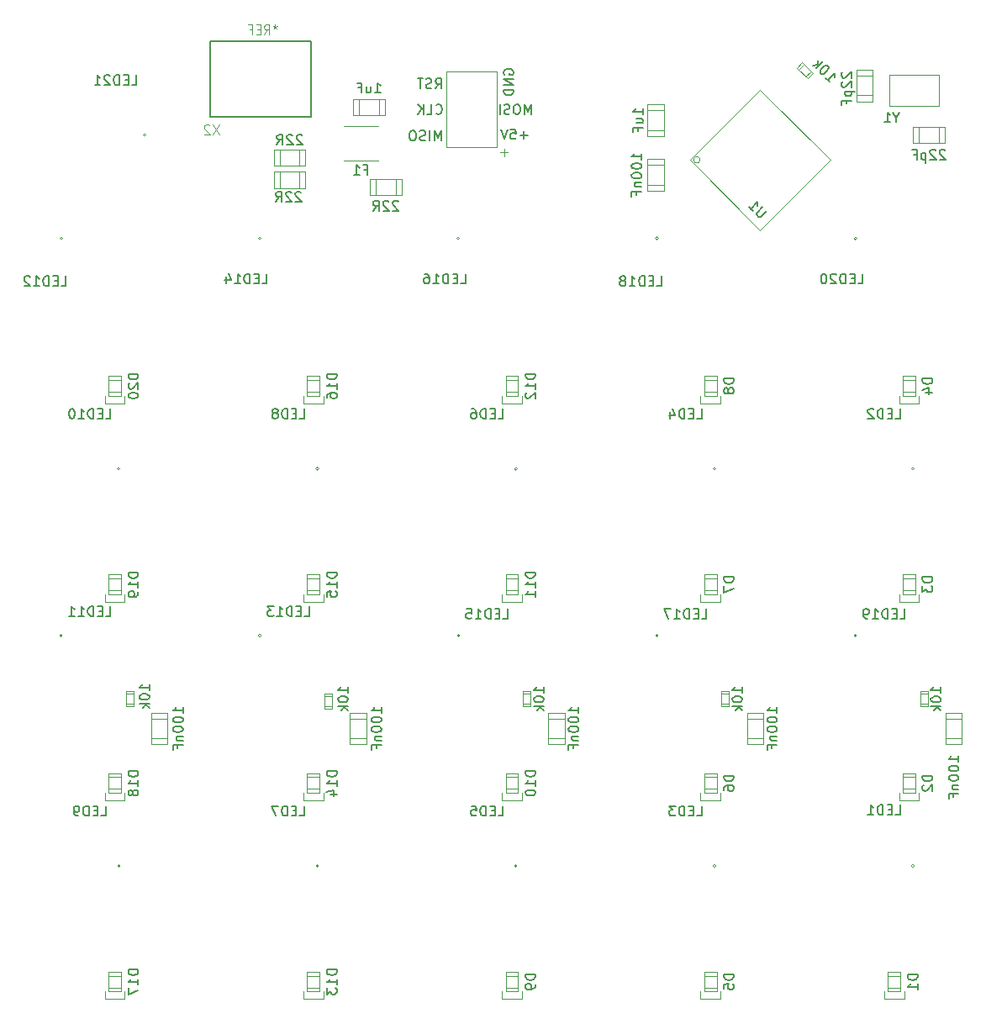
<source format=gbr>
G04 #@! TF.GenerationSoftware,KiCad,Pcbnew,(5.1.9)-1*
G04 #@! TF.CreationDate,2021-02-04T21:44:10+01:00*
G04 #@! TF.ProjectId,Makrokeyboard,4d616b72-6f6b-4657-9962-6f6172642e6b,rev?*
G04 #@! TF.SameCoordinates,Original*
G04 #@! TF.FileFunction,Legend,Bot*
G04 #@! TF.FilePolarity,Positive*
%FSLAX46Y46*%
G04 Gerber Fmt 4.6, Leading zero omitted, Abs format (unit mm)*
G04 Created by KiCad (PCBNEW (5.1.9)-1) date 2021-02-04 21:44:10*
%MOMM*%
%LPD*%
G01*
G04 APERTURE LIST*
%ADD10C,0.150000*%
%ADD11C,0.120000*%
%ADD12C,0.050800*%
%ADD13C,0.127000*%
%ADD14C,0.050000*%
G04 APERTURE END LIST*
D10*
X153421428Y-38652380D02*
X153421428Y-37652380D01*
X153088095Y-38366666D01*
X152754761Y-37652380D01*
X152754761Y-38652380D01*
X152088095Y-37652380D02*
X151897619Y-37652380D01*
X151802380Y-37700000D01*
X151707142Y-37795238D01*
X151659523Y-37985714D01*
X151659523Y-38319047D01*
X151707142Y-38509523D01*
X151802380Y-38604761D01*
X151897619Y-38652380D01*
X152088095Y-38652380D01*
X152183333Y-38604761D01*
X152278571Y-38509523D01*
X152326190Y-38319047D01*
X152326190Y-37985714D01*
X152278571Y-37795238D01*
X152183333Y-37700000D01*
X152088095Y-37652380D01*
X151278571Y-38604761D02*
X151135714Y-38652380D01*
X150897619Y-38652380D01*
X150802380Y-38604761D01*
X150754761Y-38557142D01*
X150707142Y-38461904D01*
X150707142Y-38366666D01*
X150754761Y-38271428D01*
X150802380Y-38223809D01*
X150897619Y-38176190D01*
X151088095Y-38128571D01*
X151183333Y-38080952D01*
X151230952Y-38033333D01*
X151278571Y-37938095D01*
X151278571Y-37842857D01*
X151230952Y-37747619D01*
X151183333Y-37700000D01*
X151088095Y-37652380D01*
X150850000Y-37652380D01*
X150707142Y-37700000D01*
X150278571Y-38652380D02*
X150278571Y-37652380D01*
X153085714Y-40771428D02*
X152323809Y-40771428D01*
X152704761Y-41152380D02*
X152704761Y-40390476D01*
X151371428Y-40152380D02*
X151847619Y-40152380D01*
X151895238Y-40628571D01*
X151847619Y-40580952D01*
X151752380Y-40533333D01*
X151514285Y-40533333D01*
X151419047Y-40580952D01*
X151371428Y-40628571D01*
X151323809Y-40723809D01*
X151323809Y-40961904D01*
X151371428Y-41057142D01*
X151419047Y-41104761D01*
X151514285Y-41152380D01*
X151752380Y-41152380D01*
X151847619Y-41104761D01*
X151895238Y-41057142D01*
X151038095Y-40152380D02*
X150704761Y-41152380D01*
X150371428Y-40152380D01*
X144371428Y-41302380D02*
X144371428Y-40302380D01*
X144038095Y-41016666D01*
X143704761Y-40302380D01*
X143704761Y-41302380D01*
X143228571Y-41302380D02*
X143228571Y-40302380D01*
X142800000Y-41254761D02*
X142657142Y-41302380D01*
X142419047Y-41302380D01*
X142323809Y-41254761D01*
X142276190Y-41207142D01*
X142228571Y-41111904D01*
X142228571Y-41016666D01*
X142276190Y-40921428D01*
X142323809Y-40873809D01*
X142419047Y-40826190D01*
X142609523Y-40778571D01*
X142704761Y-40730952D01*
X142752380Y-40683333D01*
X142800000Y-40588095D01*
X142800000Y-40492857D01*
X142752380Y-40397619D01*
X142704761Y-40350000D01*
X142609523Y-40302380D01*
X142371428Y-40302380D01*
X142228571Y-40350000D01*
X141609523Y-40302380D02*
X141419047Y-40302380D01*
X141323809Y-40350000D01*
X141228571Y-40445238D01*
X141180952Y-40635714D01*
X141180952Y-40969047D01*
X141228571Y-41159523D01*
X141323809Y-41254761D01*
X141419047Y-41302380D01*
X141609523Y-41302380D01*
X141704761Y-41254761D01*
X141800000Y-41159523D01*
X141847619Y-40969047D01*
X141847619Y-40635714D01*
X141800000Y-40445238D01*
X141704761Y-40350000D01*
X141609523Y-40302380D01*
X143845238Y-38557142D02*
X143892857Y-38604761D01*
X144035714Y-38652380D01*
X144130952Y-38652380D01*
X144273809Y-38604761D01*
X144369047Y-38509523D01*
X144416666Y-38414285D01*
X144464285Y-38223809D01*
X144464285Y-38080952D01*
X144416666Y-37890476D01*
X144369047Y-37795238D01*
X144273809Y-37700000D01*
X144130952Y-37652380D01*
X144035714Y-37652380D01*
X143892857Y-37700000D01*
X143845238Y-37747619D01*
X142940476Y-38652380D02*
X143416666Y-38652380D01*
X143416666Y-37652380D01*
X142607142Y-38652380D02*
X142607142Y-37652380D01*
X142035714Y-38652380D02*
X142464285Y-38080952D01*
X142035714Y-37652380D02*
X142607142Y-38223809D01*
X143797619Y-36052380D02*
X144130952Y-35576190D01*
X144369047Y-36052380D02*
X144369047Y-35052380D01*
X143988095Y-35052380D01*
X143892857Y-35100000D01*
X143845238Y-35147619D01*
X143797619Y-35242857D01*
X143797619Y-35385714D01*
X143845238Y-35480952D01*
X143892857Y-35528571D01*
X143988095Y-35576190D01*
X144369047Y-35576190D01*
X143416666Y-36004761D02*
X143273809Y-36052380D01*
X143035714Y-36052380D01*
X142940476Y-36004761D01*
X142892857Y-35957142D01*
X142845238Y-35861904D01*
X142845238Y-35766666D01*
X142892857Y-35671428D01*
X142940476Y-35623809D01*
X143035714Y-35576190D01*
X143226190Y-35528571D01*
X143321428Y-35480952D01*
X143369047Y-35433333D01*
X143416666Y-35338095D01*
X143416666Y-35242857D01*
X143369047Y-35147619D01*
X143321428Y-35100000D01*
X143226190Y-35052380D01*
X142988095Y-35052380D01*
X142845238Y-35100000D01*
X142559523Y-35052380D02*
X141988095Y-35052380D01*
X142273809Y-36052380D02*
X142273809Y-35052380D01*
X150700000Y-34638095D02*
X150652380Y-34542857D01*
X150652380Y-34400000D01*
X150700000Y-34257142D01*
X150795238Y-34161904D01*
X150890476Y-34114285D01*
X151080952Y-34066666D01*
X151223809Y-34066666D01*
X151414285Y-34114285D01*
X151509523Y-34161904D01*
X151604761Y-34257142D01*
X151652380Y-34400000D01*
X151652380Y-34495238D01*
X151604761Y-34638095D01*
X151557142Y-34685714D01*
X151223809Y-34685714D01*
X151223809Y-34495238D01*
X151652380Y-35114285D02*
X150652380Y-35114285D01*
X151652380Y-35685714D01*
X150652380Y-35685714D01*
X151652380Y-36161904D02*
X150652380Y-36161904D01*
X150652380Y-36400000D01*
X150700000Y-36542857D01*
X150795238Y-36638095D01*
X150890476Y-36685714D01*
X151080952Y-36733333D01*
X151223809Y-36733333D01*
X151414285Y-36685714D01*
X151509523Y-36638095D01*
X151604761Y-36542857D01*
X151652380Y-36400000D01*
X151652380Y-36161904D01*
D11*
X149940000Y-41960000D02*
X149940000Y-34340000D01*
X149940000Y-34340000D02*
X144860000Y-34340000D01*
X144860000Y-34340000D02*
X144860000Y-41960000D01*
X144860000Y-41960000D02*
X149940000Y-41960000D01*
X150321000Y-42468000D02*
X150956000Y-42468000D01*
X150956000Y-42468000D02*
X151083000Y-42468000D01*
X150702000Y-42849000D02*
X150702000Y-42087000D01*
X114641421Y-40750000D02*
G75*
G03*
X114641421Y-40750000I-141421J0D01*
G01*
D12*
X112619000Y-98008000D02*
X113381000Y-98008000D01*
X112619000Y-96992000D02*
X113381000Y-96992000D01*
X112619000Y-98262000D02*
X113381000Y-98262000D01*
X113381000Y-98262000D02*
X113381000Y-96738000D01*
X113381000Y-96738000D02*
X112619000Y-96738000D01*
X112619000Y-96738000D02*
X112619000Y-98262000D01*
X132619000Y-98258000D02*
X133381000Y-98258000D01*
X132619000Y-97242000D02*
X133381000Y-97242000D01*
X132619000Y-98512000D02*
X133381000Y-98512000D01*
X133381000Y-98512000D02*
X133381000Y-96988000D01*
X133381000Y-96988000D02*
X132619000Y-96988000D01*
X132619000Y-96988000D02*
X132619000Y-98512000D01*
X152619000Y-98008000D02*
X153381000Y-98008000D01*
X152619000Y-96992000D02*
X153381000Y-96992000D01*
X152619000Y-98262000D02*
X153381000Y-98262000D01*
X153381000Y-98262000D02*
X153381000Y-96738000D01*
X153381000Y-96738000D02*
X152619000Y-96738000D01*
X152619000Y-96738000D02*
X152619000Y-98262000D01*
X172619000Y-98008000D02*
X173381000Y-98008000D01*
X172619000Y-96992000D02*
X173381000Y-96992000D01*
X172619000Y-98262000D02*
X173381000Y-98262000D01*
X173381000Y-98262000D02*
X173381000Y-96738000D01*
X173381000Y-96738000D02*
X172619000Y-96738000D01*
X172619000Y-96738000D02*
X172619000Y-98262000D01*
X192619000Y-98008000D02*
X193381000Y-98008000D01*
X192619000Y-96992000D02*
X193381000Y-96992000D01*
X192619000Y-98262000D02*
X193381000Y-98262000D01*
X193381000Y-98262000D02*
X193381000Y-96738000D01*
X193381000Y-96738000D02*
X192619000Y-96738000D01*
X192619000Y-96738000D02*
X192619000Y-98262000D01*
D11*
X189500000Y-34650000D02*
X189500000Y-37850000D01*
X194500000Y-34650000D02*
X189500000Y-34650000D01*
X194500000Y-37850000D02*
X194500000Y-34650000D01*
X189500000Y-37850000D02*
X194500000Y-37850000D01*
D13*
X121120000Y-31250000D02*
X131280000Y-31250000D01*
X131280000Y-31250000D02*
X131280000Y-38870000D01*
X131280000Y-38870000D02*
X121120000Y-38870000D01*
X121120000Y-38870000D02*
X121120000Y-31250000D01*
D11*
X170462048Y-43250000D02*
G75*
G03*
X170462048Y-43250000I-326009J0D01*
G01*
X176500000Y-36178932D02*
X169428932Y-43250000D01*
X183571068Y-43250000D02*
X176500000Y-36178932D01*
X176500000Y-50321068D02*
X183571068Y-43250000D01*
X169428932Y-43250000D02*
X176500000Y-50321068D01*
X137785000Y-45175000D02*
X137785000Y-46825000D01*
X139785000Y-45175000D02*
X139785000Y-46825000D01*
X140385000Y-46825000D02*
X140385000Y-45175000D01*
X137185000Y-46825000D02*
X140385000Y-46825000D01*
X137185000Y-45175000D02*
X137185000Y-46825000D01*
X140385000Y-45175000D02*
X137185000Y-45175000D01*
D12*
X181089803Y-34878618D02*
X181628618Y-34339803D01*
X180371382Y-34160197D02*
X180910197Y-33621382D01*
X181269408Y-35058223D02*
X181808223Y-34519408D01*
X181808223Y-34519408D02*
X180730592Y-33441777D01*
X180730592Y-33441777D02*
X180191777Y-33980592D01*
X180191777Y-33980592D02*
X181269408Y-35058223D01*
D11*
X130100000Y-43825000D02*
X130100000Y-42175000D01*
X128100000Y-43825000D02*
X128100000Y-42175000D01*
X127500000Y-42175000D02*
X127500000Y-43825000D01*
X130700000Y-42175000D02*
X127500000Y-42175000D01*
X130700000Y-43825000D02*
X130700000Y-42175000D01*
X127500000Y-43825000D02*
X130700000Y-43825000D01*
X130100000Y-46075000D02*
X130100000Y-44425000D01*
X128100000Y-46075000D02*
X128100000Y-44425000D01*
X127500000Y-44425000D02*
X127500000Y-46075000D01*
X130700000Y-44425000D02*
X127500000Y-44425000D01*
X130700000Y-46075000D02*
X130700000Y-44425000D01*
X127500000Y-46075000D02*
X130700000Y-46075000D01*
X186241421Y-51150000D02*
G75*
G03*
X186241421Y-51150000I-141421J0D01*
G01*
X186241421Y-91150000D02*
G75*
G03*
X186241421Y-91150000I-141421J0D01*
G01*
X166241421Y-51150000D02*
G75*
G03*
X166241421Y-51150000I-141421J0D01*
G01*
X166241421Y-91150000D02*
G75*
G03*
X166241421Y-91150000I-141421J0D01*
G01*
X146241421Y-51150000D02*
G75*
G03*
X146241421Y-51150000I-141421J0D01*
G01*
X146241421Y-91150000D02*
G75*
G03*
X146241421Y-91150000I-141421J0D01*
G01*
X126241421Y-51150000D02*
G75*
G03*
X126241421Y-51150000I-141421J0D01*
G01*
X126241421Y-91150000D02*
G75*
G03*
X126241421Y-91150000I-141421J0D01*
G01*
X106241421Y-51150000D02*
G75*
G03*
X106241421Y-51150000I-141421J0D01*
G01*
X106241421Y-91150000D02*
G75*
G03*
X106241421Y-91150000I-141421J0D01*
G01*
X112041421Y-74350000D02*
G75*
G03*
X112041421Y-74350000I-141421J0D01*
G01*
X112041421Y-114350000D02*
G75*
G03*
X112041421Y-114350000I-141421J0D01*
G01*
X132041421Y-74350000D02*
G75*
G03*
X132041421Y-74350000I-141421J0D01*
G01*
X132041421Y-114350000D02*
G75*
G03*
X132041421Y-114350000I-141421J0D01*
G01*
X152041421Y-74350000D02*
G75*
G03*
X152041421Y-74350000I-141421J0D01*
G01*
X152041421Y-114350000D02*
G75*
G03*
X152041421Y-114350000I-141421J0D01*
G01*
X172041421Y-74350000D02*
G75*
G03*
X172041421Y-74350000I-141421J0D01*
G01*
X172041421Y-114350000D02*
G75*
G03*
X172041421Y-114350000I-141421J0D01*
G01*
X192041421Y-74350000D02*
G75*
G03*
X192041421Y-74350000I-141421J0D01*
G01*
X192041421Y-114350000D02*
G75*
G03*
X192041421Y-114350000I-141421J0D01*
G01*
X138050000Y-39800000D02*
X134550000Y-39800000D01*
X138050000Y-43300000D02*
X134550000Y-43300000D01*
X112500000Y-67750000D02*
X112500000Y-67000000D01*
X110500000Y-67750000D02*
X112500000Y-67750000D01*
X110500000Y-67000000D02*
X110500000Y-67750000D01*
X110875000Y-66600000D02*
X112125000Y-66600000D01*
X110875000Y-65400000D02*
X112125000Y-65400000D01*
X112125000Y-65000000D02*
X110875000Y-65000000D01*
X112125000Y-65000000D02*
X112125000Y-67000000D01*
X110875000Y-67000000D02*
X112125000Y-67000000D01*
X110875000Y-65000000D02*
X110875000Y-67000000D01*
X112500000Y-87750000D02*
X112500000Y-87000000D01*
X110500000Y-87750000D02*
X112500000Y-87750000D01*
X110500000Y-87000000D02*
X110500000Y-87750000D01*
X110875000Y-86600000D02*
X112125000Y-86600000D01*
X110875000Y-85400000D02*
X112125000Y-85400000D01*
X112125000Y-85000000D02*
X110875000Y-85000000D01*
X112125000Y-85000000D02*
X112125000Y-87000000D01*
X110875000Y-87000000D02*
X112125000Y-87000000D01*
X110875000Y-85000000D02*
X110875000Y-87000000D01*
X112500000Y-107750000D02*
X112500000Y-107000000D01*
X110500000Y-107750000D02*
X112500000Y-107750000D01*
X110500000Y-107000000D02*
X110500000Y-107750000D01*
X110875000Y-106600000D02*
X112125000Y-106600000D01*
X110875000Y-105400000D02*
X112125000Y-105400000D01*
X112125000Y-105000000D02*
X110875000Y-105000000D01*
X112125000Y-105000000D02*
X112125000Y-107000000D01*
X110875000Y-107000000D02*
X112125000Y-107000000D01*
X110875000Y-105000000D02*
X110875000Y-107000000D01*
X112500000Y-127750000D02*
X112500000Y-127000000D01*
X110500000Y-127750000D02*
X112500000Y-127750000D01*
X110500000Y-127000000D02*
X110500000Y-127750000D01*
X110875000Y-126600000D02*
X112125000Y-126600000D01*
X110875000Y-125400000D02*
X112125000Y-125400000D01*
X112125000Y-125000000D02*
X110875000Y-125000000D01*
X112125000Y-125000000D02*
X112125000Y-127000000D01*
X110875000Y-127000000D02*
X112125000Y-127000000D01*
X110875000Y-125000000D02*
X110875000Y-127000000D01*
X132500000Y-67750000D02*
X132500000Y-67000000D01*
X130500000Y-67750000D02*
X132500000Y-67750000D01*
X130500000Y-67000000D02*
X130500000Y-67750000D01*
X130875000Y-66600000D02*
X132125000Y-66600000D01*
X130875000Y-65400000D02*
X132125000Y-65400000D01*
X132125000Y-65000000D02*
X130875000Y-65000000D01*
X132125000Y-65000000D02*
X132125000Y-67000000D01*
X130875000Y-67000000D02*
X132125000Y-67000000D01*
X130875000Y-65000000D02*
X130875000Y-67000000D01*
X132500000Y-87750000D02*
X132500000Y-87000000D01*
X130500000Y-87750000D02*
X132500000Y-87750000D01*
X130500000Y-87000000D02*
X130500000Y-87750000D01*
X130875000Y-86600000D02*
X132125000Y-86600000D01*
X130875000Y-85400000D02*
X132125000Y-85400000D01*
X132125000Y-85000000D02*
X130875000Y-85000000D01*
X132125000Y-85000000D02*
X132125000Y-87000000D01*
X130875000Y-87000000D02*
X132125000Y-87000000D01*
X130875000Y-85000000D02*
X130875000Y-87000000D01*
X132500000Y-107750000D02*
X132500000Y-107000000D01*
X130500000Y-107750000D02*
X132500000Y-107750000D01*
X130500000Y-107000000D02*
X130500000Y-107750000D01*
X130875000Y-106600000D02*
X132125000Y-106600000D01*
X130875000Y-105400000D02*
X132125000Y-105400000D01*
X132125000Y-105000000D02*
X130875000Y-105000000D01*
X132125000Y-105000000D02*
X132125000Y-107000000D01*
X130875000Y-107000000D02*
X132125000Y-107000000D01*
X130875000Y-105000000D02*
X130875000Y-107000000D01*
X132500000Y-127750000D02*
X132500000Y-127000000D01*
X130500000Y-127750000D02*
X132500000Y-127750000D01*
X130500000Y-127000000D02*
X130500000Y-127750000D01*
X130875000Y-126600000D02*
X132125000Y-126600000D01*
X130875000Y-125400000D02*
X132125000Y-125400000D01*
X132125000Y-125000000D02*
X130875000Y-125000000D01*
X132125000Y-125000000D02*
X132125000Y-127000000D01*
X130875000Y-127000000D02*
X132125000Y-127000000D01*
X130875000Y-125000000D02*
X130875000Y-127000000D01*
X152500000Y-67750000D02*
X152500000Y-67000000D01*
X150500000Y-67750000D02*
X152500000Y-67750000D01*
X150500000Y-67000000D02*
X150500000Y-67750000D01*
X150875000Y-66600000D02*
X152125000Y-66600000D01*
X150875000Y-65400000D02*
X152125000Y-65400000D01*
X152125000Y-65000000D02*
X150875000Y-65000000D01*
X152125000Y-65000000D02*
X152125000Y-67000000D01*
X150875000Y-67000000D02*
X152125000Y-67000000D01*
X150875000Y-65000000D02*
X150875000Y-67000000D01*
X152500000Y-87750000D02*
X152500000Y-87000000D01*
X150500000Y-87750000D02*
X152500000Y-87750000D01*
X150500000Y-87000000D02*
X150500000Y-87750000D01*
X150875000Y-86600000D02*
X152125000Y-86600000D01*
X150875000Y-85400000D02*
X152125000Y-85400000D01*
X152125000Y-85000000D02*
X150875000Y-85000000D01*
X152125000Y-85000000D02*
X152125000Y-87000000D01*
X150875000Y-87000000D02*
X152125000Y-87000000D01*
X150875000Y-85000000D02*
X150875000Y-87000000D01*
X152500000Y-107750000D02*
X152500000Y-107000000D01*
X150500000Y-107750000D02*
X152500000Y-107750000D01*
X150500000Y-107000000D02*
X150500000Y-107750000D01*
X150875000Y-106600000D02*
X152125000Y-106600000D01*
X150875000Y-105400000D02*
X152125000Y-105400000D01*
X152125000Y-105000000D02*
X150875000Y-105000000D01*
X152125000Y-105000000D02*
X152125000Y-107000000D01*
X150875000Y-107000000D02*
X152125000Y-107000000D01*
X150875000Y-105000000D02*
X150875000Y-107000000D01*
X152500000Y-127750000D02*
X152500000Y-127000000D01*
X150500000Y-127750000D02*
X152500000Y-127750000D01*
X150500000Y-127000000D02*
X150500000Y-127750000D01*
X150875000Y-126600000D02*
X152125000Y-126600000D01*
X150875000Y-125400000D02*
X152125000Y-125400000D01*
X152125000Y-125000000D02*
X150875000Y-125000000D01*
X152125000Y-125000000D02*
X152125000Y-127000000D01*
X150875000Y-127000000D02*
X152125000Y-127000000D01*
X150875000Y-125000000D02*
X150875000Y-127000000D01*
X172500000Y-67750000D02*
X172500000Y-67000000D01*
X170500000Y-67750000D02*
X172500000Y-67750000D01*
X170500000Y-67000000D02*
X170500000Y-67750000D01*
X170875000Y-66600000D02*
X172125000Y-66600000D01*
X170875000Y-65400000D02*
X172125000Y-65400000D01*
X172125000Y-65000000D02*
X170875000Y-65000000D01*
X172125000Y-65000000D02*
X172125000Y-67000000D01*
X170875000Y-67000000D02*
X172125000Y-67000000D01*
X170875000Y-65000000D02*
X170875000Y-67000000D01*
X172500000Y-87750000D02*
X172500000Y-87000000D01*
X170500000Y-87750000D02*
X172500000Y-87750000D01*
X170500000Y-87000000D02*
X170500000Y-87750000D01*
X170875000Y-86600000D02*
X172125000Y-86600000D01*
X170875000Y-85400000D02*
X172125000Y-85400000D01*
X172125000Y-85000000D02*
X170875000Y-85000000D01*
X172125000Y-85000000D02*
X172125000Y-87000000D01*
X170875000Y-87000000D02*
X172125000Y-87000000D01*
X170875000Y-85000000D02*
X170875000Y-87000000D01*
X172500000Y-107750000D02*
X172500000Y-107000000D01*
X170500000Y-107750000D02*
X172500000Y-107750000D01*
X170500000Y-107000000D02*
X170500000Y-107750000D01*
X170875000Y-106600000D02*
X172125000Y-106600000D01*
X170875000Y-105400000D02*
X172125000Y-105400000D01*
X172125000Y-105000000D02*
X170875000Y-105000000D01*
X172125000Y-105000000D02*
X172125000Y-107000000D01*
X170875000Y-107000000D02*
X172125000Y-107000000D01*
X170875000Y-105000000D02*
X170875000Y-107000000D01*
X172500000Y-127750000D02*
X172500000Y-127000000D01*
X170500000Y-127750000D02*
X172500000Y-127750000D01*
X170500000Y-127000000D02*
X170500000Y-127750000D01*
X170875000Y-126600000D02*
X172125000Y-126600000D01*
X170875000Y-125400000D02*
X172125000Y-125400000D01*
X172125000Y-125000000D02*
X170875000Y-125000000D01*
X172125000Y-125000000D02*
X172125000Y-127000000D01*
X170875000Y-127000000D02*
X172125000Y-127000000D01*
X170875000Y-125000000D02*
X170875000Y-127000000D01*
X192500000Y-67750000D02*
X192500000Y-67000000D01*
X190500000Y-67750000D02*
X192500000Y-67750000D01*
X190500000Y-67000000D02*
X190500000Y-67750000D01*
X190875000Y-66600000D02*
X192125000Y-66600000D01*
X190875000Y-65400000D02*
X192125000Y-65400000D01*
X192125000Y-65000000D02*
X190875000Y-65000000D01*
X192125000Y-65000000D02*
X192125000Y-67000000D01*
X190875000Y-67000000D02*
X192125000Y-67000000D01*
X190875000Y-65000000D02*
X190875000Y-67000000D01*
X192500000Y-87750000D02*
X192500000Y-87000000D01*
X190500000Y-87750000D02*
X192500000Y-87750000D01*
X190500000Y-87000000D02*
X190500000Y-87750000D01*
X190875000Y-86600000D02*
X192125000Y-86600000D01*
X190875000Y-85400000D02*
X192125000Y-85400000D01*
X192125000Y-85000000D02*
X190875000Y-85000000D01*
X192125000Y-85000000D02*
X192125000Y-87000000D01*
X190875000Y-87000000D02*
X192125000Y-87000000D01*
X190875000Y-85000000D02*
X190875000Y-87000000D01*
X192500000Y-107750000D02*
X192500000Y-107000000D01*
X190500000Y-107750000D02*
X192500000Y-107750000D01*
X190500000Y-107000000D02*
X190500000Y-107750000D01*
X190875000Y-106600000D02*
X192125000Y-106600000D01*
X190875000Y-105400000D02*
X192125000Y-105400000D01*
X192125000Y-105000000D02*
X190875000Y-105000000D01*
X192125000Y-105000000D02*
X192125000Y-107000000D01*
X190875000Y-107000000D02*
X192125000Y-107000000D01*
X190875000Y-105000000D02*
X190875000Y-107000000D01*
X191000000Y-127750000D02*
X191000000Y-127000000D01*
X189000000Y-127750000D02*
X191000000Y-127750000D01*
X189000000Y-127000000D02*
X189000000Y-127750000D01*
X189375000Y-126600000D02*
X190625000Y-126600000D01*
X189375000Y-125400000D02*
X190625000Y-125400000D01*
X190625000Y-125000000D02*
X189375000Y-125000000D01*
X190625000Y-125000000D02*
X190625000Y-127000000D01*
X189375000Y-127000000D02*
X190625000Y-127000000D01*
X189375000Y-125000000D02*
X189375000Y-127000000D01*
X115175000Y-101500000D02*
X116825000Y-101500000D01*
X115175000Y-99500000D02*
X116825000Y-99500000D01*
X116825000Y-98900000D02*
X115175000Y-98900000D01*
X116825000Y-102100000D02*
X116825000Y-98900000D01*
X115175000Y-102100000D02*
X116825000Y-102100000D01*
X115175000Y-98900000D02*
X115175000Y-102100000D01*
X135175000Y-101500000D02*
X136825000Y-101500000D01*
X135175000Y-99500000D02*
X136825000Y-99500000D01*
X136825000Y-98900000D02*
X135175000Y-98900000D01*
X136825000Y-102100000D02*
X136825000Y-98900000D01*
X135175000Y-102100000D02*
X136825000Y-102100000D01*
X135175000Y-98900000D02*
X135175000Y-102100000D01*
X155175000Y-101500000D02*
X156825000Y-101500000D01*
X155175000Y-99500000D02*
X156825000Y-99500000D01*
X156825000Y-98900000D02*
X155175000Y-98900000D01*
X156825000Y-102100000D02*
X156825000Y-98900000D01*
X155175000Y-102100000D02*
X156825000Y-102100000D01*
X155175000Y-98900000D02*
X155175000Y-102100000D01*
X175175000Y-101500000D02*
X176825000Y-101500000D01*
X175175000Y-99500000D02*
X176825000Y-99500000D01*
X176825000Y-98900000D02*
X175175000Y-98900000D01*
X176825000Y-102100000D02*
X176825000Y-98900000D01*
X175175000Y-102100000D02*
X176825000Y-102100000D01*
X175175000Y-98900000D02*
X175175000Y-102100000D01*
X195175000Y-101500000D02*
X196825000Y-101500000D01*
X195175000Y-99500000D02*
X196825000Y-99500000D01*
X196825000Y-98900000D02*
X195175000Y-98900000D01*
X196825000Y-102100000D02*
X196825000Y-98900000D01*
X195175000Y-102100000D02*
X196825000Y-102100000D01*
X195175000Y-98900000D02*
X195175000Y-102100000D01*
X194500000Y-41575000D02*
X194500000Y-39925000D01*
X192500000Y-41575000D02*
X192500000Y-39925000D01*
X191900000Y-39925000D02*
X191900000Y-41575000D01*
X195100000Y-39925000D02*
X191900000Y-39925000D01*
X195100000Y-41575000D02*
X195100000Y-39925000D01*
X191900000Y-41575000D02*
X195100000Y-41575000D01*
X186175000Y-36750000D02*
X187825000Y-36750000D01*
X186175000Y-34750000D02*
X187825000Y-34750000D01*
X187825000Y-34150000D02*
X186175000Y-34150000D01*
X187825000Y-37350000D02*
X187825000Y-34150000D01*
X186175000Y-37350000D02*
X187825000Y-37350000D01*
X186175000Y-34150000D02*
X186175000Y-37350000D01*
X138100000Y-38775000D02*
X138100000Y-37125000D01*
X136100000Y-38775000D02*
X136100000Y-37125000D01*
X135500000Y-37125000D02*
X135500000Y-38775000D01*
X138700000Y-37125000D02*
X135500000Y-37125000D01*
X138700000Y-38775000D02*
X138700000Y-37125000D01*
X135500000Y-38775000D02*
X138700000Y-38775000D01*
X165175000Y-40250000D02*
X166825000Y-40250000D01*
X165175000Y-38250000D02*
X166825000Y-38250000D01*
X166825000Y-37650000D02*
X165175000Y-37650000D01*
X166825000Y-40850000D02*
X166825000Y-37650000D01*
X165175000Y-40850000D02*
X166825000Y-40850000D01*
X165175000Y-37650000D02*
X165175000Y-40850000D01*
X166825000Y-43750000D02*
X165175000Y-43750000D01*
X166825000Y-45750000D02*
X165175000Y-45750000D01*
X165175000Y-46350000D02*
X166825000Y-46350000D01*
X165175000Y-43150000D02*
X165175000Y-46350000D01*
X166825000Y-43150000D02*
X165175000Y-43150000D01*
X166825000Y-46350000D02*
X166825000Y-43150000D01*
D10*
X113195238Y-35702380D02*
X113671428Y-35702380D01*
X113671428Y-34702380D01*
X112861904Y-35178571D02*
X112528571Y-35178571D01*
X112385714Y-35702380D02*
X112861904Y-35702380D01*
X112861904Y-34702380D01*
X112385714Y-34702380D01*
X111957142Y-35702380D02*
X111957142Y-34702380D01*
X111719047Y-34702380D01*
X111576190Y-34750000D01*
X111480952Y-34845238D01*
X111433333Y-34940476D01*
X111385714Y-35130952D01*
X111385714Y-35273809D01*
X111433333Y-35464285D01*
X111480952Y-35559523D01*
X111576190Y-35654761D01*
X111719047Y-35702380D01*
X111957142Y-35702380D01*
X111004761Y-34797619D02*
X110957142Y-34750000D01*
X110861904Y-34702380D01*
X110623809Y-34702380D01*
X110528571Y-34750000D01*
X110480952Y-34797619D01*
X110433333Y-34892857D01*
X110433333Y-34988095D01*
X110480952Y-35130952D01*
X111052380Y-35702380D01*
X110433333Y-35702380D01*
X109480952Y-35702380D02*
X110052380Y-35702380D01*
X109766666Y-35702380D02*
X109766666Y-34702380D01*
X109861904Y-34845238D01*
X109957142Y-34940476D01*
X110052380Y-34988095D01*
X114976380Y-96650761D02*
X114976380Y-96079333D01*
X114976380Y-96365047D02*
X113976380Y-96365047D01*
X114119238Y-96269809D01*
X114214476Y-96174571D01*
X114262095Y-96079333D01*
X113976380Y-97269809D02*
X113976380Y-97365047D01*
X114024000Y-97460285D01*
X114071619Y-97507904D01*
X114166857Y-97555523D01*
X114357333Y-97603142D01*
X114595428Y-97603142D01*
X114785904Y-97555523D01*
X114881142Y-97507904D01*
X114928761Y-97460285D01*
X114976380Y-97365047D01*
X114976380Y-97269809D01*
X114928761Y-97174571D01*
X114881142Y-97126952D01*
X114785904Y-97079333D01*
X114595428Y-97031714D01*
X114357333Y-97031714D01*
X114166857Y-97079333D01*
X114071619Y-97126952D01*
X114024000Y-97174571D01*
X113976380Y-97269809D01*
X114976380Y-98031714D02*
X113976380Y-98031714D01*
X114595428Y-98126952D02*
X114976380Y-98412666D01*
X114309714Y-98412666D02*
X114690666Y-98031714D01*
X134976380Y-96900761D02*
X134976380Y-96329333D01*
X134976380Y-96615047D02*
X133976380Y-96615047D01*
X134119238Y-96519809D01*
X134214476Y-96424571D01*
X134262095Y-96329333D01*
X133976380Y-97519809D02*
X133976380Y-97615047D01*
X134024000Y-97710285D01*
X134071619Y-97757904D01*
X134166857Y-97805523D01*
X134357333Y-97853142D01*
X134595428Y-97853142D01*
X134785904Y-97805523D01*
X134881142Y-97757904D01*
X134928761Y-97710285D01*
X134976380Y-97615047D01*
X134976380Y-97519809D01*
X134928761Y-97424571D01*
X134881142Y-97376952D01*
X134785904Y-97329333D01*
X134595428Y-97281714D01*
X134357333Y-97281714D01*
X134166857Y-97329333D01*
X134071619Y-97376952D01*
X134024000Y-97424571D01*
X133976380Y-97519809D01*
X134976380Y-98281714D02*
X133976380Y-98281714D01*
X134595428Y-98376952D02*
X134976380Y-98662666D01*
X134309714Y-98662666D02*
X134690666Y-98281714D01*
X154702380Y-96904761D02*
X154702380Y-96333333D01*
X154702380Y-96619047D02*
X153702380Y-96619047D01*
X153845238Y-96523809D01*
X153940476Y-96428571D01*
X153988095Y-96333333D01*
X153702380Y-97523809D02*
X153702380Y-97619047D01*
X153750000Y-97714285D01*
X153797619Y-97761904D01*
X153892857Y-97809523D01*
X154083333Y-97857142D01*
X154321428Y-97857142D01*
X154511904Y-97809523D01*
X154607142Y-97761904D01*
X154654761Y-97714285D01*
X154702380Y-97619047D01*
X154702380Y-97523809D01*
X154654761Y-97428571D01*
X154607142Y-97380952D01*
X154511904Y-97333333D01*
X154321428Y-97285714D01*
X154083333Y-97285714D01*
X153892857Y-97333333D01*
X153797619Y-97380952D01*
X153750000Y-97428571D01*
X153702380Y-97523809D01*
X154702380Y-98285714D02*
X153702380Y-98285714D01*
X154321428Y-98380952D02*
X154702380Y-98666666D01*
X154035714Y-98666666D02*
X154416666Y-98285714D01*
X174702380Y-96904761D02*
X174702380Y-96333333D01*
X174702380Y-96619047D02*
X173702380Y-96619047D01*
X173845238Y-96523809D01*
X173940476Y-96428571D01*
X173988095Y-96333333D01*
X173702380Y-97523809D02*
X173702380Y-97619047D01*
X173750000Y-97714285D01*
X173797619Y-97761904D01*
X173892857Y-97809523D01*
X174083333Y-97857142D01*
X174321428Y-97857142D01*
X174511904Y-97809523D01*
X174607142Y-97761904D01*
X174654761Y-97714285D01*
X174702380Y-97619047D01*
X174702380Y-97523809D01*
X174654761Y-97428571D01*
X174607142Y-97380952D01*
X174511904Y-97333333D01*
X174321428Y-97285714D01*
X174083333Y-97285714D01*
X173892857Y-97333333D01*
X173797619Y-97380952D01*
X173750000Y-97428571D01*
X173702380Y-97523809D01*
X174702380Y-98285714D02*
X173702380Y-98285714D01*
X174321428Y-98380952D02*
X174702380Y-98666666D01*
X174035714Y-98666666D02*
X174416666Y-98285714D01*
X194702380Y-96904761D02*
X194702380Y-96333333D01*
X194702380Y-96619047D02*
X193702380Y-96619047D01*
X193845238Y-96523809D01*
X193940476Y-96428571D01*
X193988095Y-96333333D01*
X193702380Y-97523809D02*
X193702380Y-97619047D01*
X193750000Y-97714285D01*
X193797619Y-97761904D01*
X193892857Y-97809523D01*
X194083333Y-97857142D01*
X194321428Y-97857142D01*
X194511904Y-97809523D01*
X194607142Y-97761904D01*
X194654761Y-97714285D01*
X194702380Y-97619047D01*
X194702380Y-97523809D01*
X194654761Y-97428571D01*
X194607142Y-97380952D01*
X194511904Y-97333333D01*
X194321428Y-97285714D01*
X194083333Y-97285714D01*
X193892857Y-97333333D01*
X193797619Y-97380952D01*
X193750000Y-97428571D01*
X193702380Y-97523809D01*
X194702380Y-98285714D02*
X193702380Y-98285714D01*
X194321428Y-98380952D02*
X194702380Y-98666666D01*
X194035714Y-98666666D02*
X194416666Y-98285714D01*
X190226190Y-38976190D02*
X190226190Y-39452380D01*
X190559523Y-38452380D02*
X190226190Y-38976190D01*
X189892857Y-38452380D01*
X189035714Y-39452380D02*
X189607142Y-39452380D01*
X189321428Y-39452380D02*
X189321428Y-38452380D01*
X189416666Y-38595238D01*
X189511904Y-38690476D01*
X189607142Y-38738095D01*
D14*
X122059523Y-39702380D02*
X121392857Y-40702380D01*
X121392857Y-39702380D02*
X122059523Y-40702380D01*
X121059523Y-39797619D02*
X121011904Y-39750000D01*
X120916666Y-39702380D01*
X120678571Y-39702380D01*
X120583333Y-39750000D01*
X120535714Y-39797619D01*
X120488095Y-39892857D01*
X120488095Y-39988095D01*
X120535714Y-40130952D01*
X121107142Y-40702380D01*
X120488095Y-40702380D01*
X127633357Y-29622880D02*
X127633357Y-29860976D01*
X127847642Y-29765738D02*
X127633357Y-29860976D01*
X127419071Y-29765738D01*
X127761928Y-30051452D02*
X127633357Y-29860976D01*
X127504785Y-30051452D01*
X126561928Y-30622880D02*
X126861928Y-30146690D01*
X127076214Y-30622880D02*
X127076214Y-29622880D01*
X126733357Y-29622880D01*
X126647642Y-29670500D01*
X126604785Y-29718119D01*
X126561928Y-29813357D01*
X126561928Y-29956214D01*
X126604785Y-30051452D01*
X126647642Y-30099071D01*
X126733357Y-30146690D01*
X127076214Y-30146690D01*
X126176214Y-30099071D02*
X125876214Y-30099071D01*
X125747642Y-30622880D02*
X126176214Y-30622880D01*
X126176214Y-29622880D01*
X125747642Y-29622880D01*
X125061928Y-30099071D02*
X125361928Y-30099071D01*
X125361928Y-30622880D02*
X125361928Y-29622880D01*
X124933357Y-29622880D01*
D10*
X177175973Y-48401522D02*
X176603553Y-48973942D01*
X176502538Y-49007614D01*
X176435194Y-49007614D01*
X176334179Y-48973942D01*
X176199492Y-48839255D01*
X176165820Y-48738240D01*
X176165820Y-48670896D01*
X176199492Y-48569881D01*
X176771912Y-47997461D01*
X175357698Y-47997461D02*
X175761759Y-48401522D01*
X175559729Y-48199492D02*
X176266835Y-47492385D01*
X176233164Y-47660744D01*
X176233164Y-47795431D01*
X176266835Y-47896446D01*
X140046904Y-47452619D02*
X139999285Y-47405000D01*
X139904047Y-47357380D01*
X139665952Y-47357380D01*
X139570714Y-47405000D01*
X139523095Y-47452619D01*
X139475476Y-47547857D01*
X139475476Y-47643095D01*
X139523095Y-47785952D01*
X140094523Y-48357380D01*
X139475476Y-48357380D01*
X139094523Y-47452619D02*
X139046904Y-47405000D01*
X138951666Y-47357380D01*
X138713571Y-47357380D01*
X138618333Y-47405000D01*
X138570714Y-47452619D01*
X138523095Y-47547857D01*
X138523095Y-47643095D01*
X138570714Y-47785952D01*
X139142142Y-48357380D01*
X138523095Y-48357380D01*
X137523095Y-48357380D02*
X137856428Y-47881190D01*
X138094523Y-48357380D02*
X138094523Y-47357380D01*
X137713571Y-47357380D01*
X137618333Y-47405000D01*
X137570714Y-47452619D01*
X137523095Y-47547857D01*
X137523095Y-47690714D01*
X137570714Y-47785952D01*
X137618333Y-47833571D01*
X137713571Y-47881190D01*
X138094523Y-47881190D01*
X183101016Y-34990778D02*
X183505077Y-35394839D01*
X183303046Y-35192809D02*
X184010153Y-34485702D01*
X183976481Y-34654061D01*
X183976481Y-34788748D01*
X184010153Y-34889763D01*
X183370390Y-33845938D02*
X183303046Y-33778595D01*
X183202031Y-33744923D01*
X183134688Y-33744923D01*
X183033672Y-33778595D01*
X182865313Y-33879610D01*
X182696955Y-34047969D01*
X182595939Y-34216328D01*
X182562268Y-34317343D01*
X182562268Y-34384687D01*
X182595939Y-34485702D01*
X182663283Y-34553045D01*
X182764298Y-34586717D01*
X182831642Y-34586717D01*
X182932657Y-34553045D01*
X183101016Y-34452030D01*
X183269375Y-34283671D01*
X183370390Y-34115312D01*
X183404062Y-34014297D01*
X183404062Y-33946954D01*
X183370390Y-33845938D01*
X182124535Y-34014297D02*
X182831642Y-33307190D01*
X182326565Y-33677580D02*
X181855161Y-33744923D01*
X182326565Y-33273519D02*
X182326565Y-33812267D01*
X130361904Y-40797619D02*
X130314285Y-40750000D01*
X130219047Y-40702380D01*
X129980952Y-40702380D01*
X129885714Y-40750000D01*
X129838095Y-40797619D01*
X129790476Y-40892857D01*
X129790476Y-40988095D01*
X129838095Y-41130952D01*
X130409523Y-41702380D01*
X129790476Y-41702380D01*
X129409523Y-40797619D02*
X129361904Y-40750000D01*
X129266666Y-40702380D01*
X129028571Y-40702380D01*
X128933333Y-40750000D01*
X128885714Y-40797619D01*
X128838095Y-40892857D01*
X128838095Y-40988095D01*
X128885714Y-41130952D01*
X129457142Y-41702380D01*
X128838095Y-41702380D01*
X127838095Y-41702380D02*
X128171428Y-41226190D01*
X128409523Y-41702380D02*
X128409523Y-40702380D01*
X128028571Y-40702380D01*
X127933333Y-40750000D01*
X127885714Y-40797619D01*
X127838095Y-40892857D01*
X127838095Y-41035714D01*
X127885714Y-41130952D01*
X127933333Y-41178571D01*
X128028571Y-41226190D01*
X128409523Y-41226190D01*
X130261904Y-46547619D02*
X130214285Y-46500000D01*
X130119047Y-46452380D01*
X129880952Y-46452380D01*
X129785714Y-46500000D01*
X129738095Y-46547619D01*
X129690476Y-46642857D01*
X129690476Y-46738095D01*
X129738095Y-46880952D01*
X130309523Y-47452380D01*
X129690476Y-47452380D01*
X129309523Y-46547619D02*
X129261904Y-46500000D01*
X129166666Y-46452380D01*
X128928571Y-46452380D01*
X128833333Y-46500000D01*
X128785714Y-46547619D01*
X128738095Y-46642857D01*
X128738095Y-46738095D01*
X128785714Y-46880952D01*
X129357142Y-47452380D01*
X128738095Y-47452380D01*
X127738095Y-47452380D02*
X128071428Y-46976190D01*
X128309523Y-47452380D02*
X128309523Y-46452380D01*
X127928571Y-46452380D01*
X127833333Y-46500000D01*
X127785714Y-46547619D01*
X127738095Y-46642857D01*
X127738095Y-46785714D01*
X127785714Y-46880952D01*
X127833333Y-46928571D01*
X127928571Y-46976190D01*
X128309523Y-46976190D01*
X186345238Y-55702380D02*
X186821428Y-55702380D01*
X186821428Y-54702380D01*
X186011904Y-55178571D02*
X185678571Y-55178571D01*
X185535714Y-55702380D02*
X186011904Y-55702380D01*
X186011904Y-54702380D01*
X185535714Y-54702380D01*
X185107142Y-55702380D02*
X185107142Y-54702380D01*
X184869047Y-54702380D01*
X184726190Y-54750000D01*
X184630952Y-54845238D01*
X184583333Y-54940476D01*
X184535714Y-55130952D01*
X184535714Y-55273809D01*
X184583333Y-55464285D01*
X184630952Y-55559523D01*
X184726190Y-55654761D01*
X184869047Y-55702380D01*
X185107142Y-55702380D01*
X184154761Y-54797619D02*
X184107142Y-54750000D01*
X184011904Y-54702380D01*
X183773809Y-54702380D01*
X183678571Y-54750000D01*
X183630952Y-54797619D01*
X183583333Y-54892857D01*
X183583333Y-54988095D01*
X183630952Y-55130952D01*
X184202380Y-55702380D01*
X183583333Y-55702380D01*
X182964285Y-54702380D02*
X182869047Y-54702380D01*
X182773809Y-54750000D01*
X182726190Y-54797619D01*
X182678571Y-54892857D01*
X182630952Y-55083333D01*
X182630952Y-55321428D01*
X182678571Y-55511904D01*
X182726190Y-55607142D01*
X182773809Y-55654761D01*
X182869047Y-55702380D01*
X182964285Y-55702380D01*
X183059523Y-55654761D01*
X183107142Y-55607142D01*
X183154761Y-55511904D01*
X183202380Y-55321428D01*
X183202380Y-55083333D01*
X183154761Y-54892857D01*
X183107142Y-54797619D01*
X183059523Y-54750000D01*
X182964285Y-54702380D01*
X190595238Y-89452380D02*
X191071428Y-89452380D01*
X191071428Y-88452380D01*
X190261904Y-88928571D02*
X189928571Y-88928571D01*
X189785714Y-89452380D02*
X190261904Y-89452380D01*
X190261904Y-88452380D01*
X189785714Y-88452380D01*
X189357142Y-89452380D02*
X189357142Y-88452380D01*
X189119047Y-88452380D01*
X188976190Y-88500000D01*
X188880952Y-88595238D01*
X188833333Y-88690476D01*
X188785714Y-88880952D01*
X188785714Y-89023809D01*
X188833333Y-89214285D01*
X188880952Y-89309523D01*
X188976190Y-89404761D01*
X189119047Y-89452380D01*
X189357142Y-89452380D01*
X187833333Y-89452380D02*
X188404761Y-89452380D01*
X188119047Y-89452380D02*
X188119047Y-88452380D01*
X188214285Y-88595238D01*
X188309523Y-88690476D01*
X188404761Y-88738095D01*
X187357142Y-89452380D02*
X187166666Y-89452380D01*
X187071428Y-89404761D01*
X187023809Y-89357142D01*
X186928571Y-89214285D01*
X186880952Y-89023809D01*
X186880952Y-88642857D01*
X186928571Y-88547619D01*
X186976190Y-88500000D01*
X187071428Y-88452380D01*
X187261904Y-88452380D01*
X187357142Y-88500000D01*
X187404761Y-88547619D01*
X187452380Y-88642857D01*
X187452380Y-88880952D01*
X187404761Y-88976190D01*
X187357142Y-89023809D01*
X187261904Y-89071428D01*
X187071428Y-89071428D01*
X186976190Y-89023809D01*
X186928571Y-88976190D01*
X186880952Y-88880952D01*
X166095238Y-55952380D02*
X166571428Y-55952380D01*
X166571428Y-54952380D01*
X165761904Y-55428571D02*
X165428571Y-55428571D01*
X165285714Y-55952380D02*
X165761904Y-55952380D01*
X165761904Y-54952380D01*
X165285714Y-54952380D01*
X164857142Y-55952380D02*
X164857142Y-54952380D01*
X164619047Y-54952380D01*
X164476190Y-55000000D01*
X164380952Y-55095238D01*
X164333333Y-55190476D01*
X164285714Y-55380952D01*
X164285714Y-55523809D01*
X164333333Y-55714285D01*
X164380952Y-55809523D01*
X164476190Y-55904761D01*
X164619047Y-55952380D01*
X164857142Y-55952380D01*
X163333333Y-55952380D02*
X163904761Y-55952380D01*
X163619047Y-55952380D02*
X163619047Y-54952380D01*
X163714285Y-55095238D01*
X163809523Y-55190476D01*
X163904761Y-55238095D01*
X162761904Y-55380952D02*
X162857142Y-55333333D01*
X162904761Y-55285714D01*
X162952380Y-55190476D01*
X162952380Y-55142857D01*
X162904761Y-55047619D01*
X162857142Y-55000000D01*
X162761904Y-54952380D01*
X162571428Y-54952380D01*
X162476190Y-55000000D01*
X162428571Y-55047619D01*
X162380952Y-55142857D01*
X162380952Y-55190476D01*
X162428571Y-55285714D01*
X162476190Y-55333333D01*
X162571428Y-55380952D01*
X162761904Y-55380952D01*
X162857142Y-55428571D01*
X162904761Y-55476190D01*
X162952380Y-55571428D01*
X162952380Y-55761904D01*
X162904761Y-55857142D01*
X162857142Y-55904761D01*
X162761904Y-55952380D01*
X162571428Y-55952380D01*
X162476190Y-55904761D01*
X162428571Y-55857142D01*
X162380952Y-55761904D01*
X162380952Y-55571428D01*
X162428571Y-55476190D01*
X162476190Y-55428571D01*
X162571428Y-55380952D01*
X170595238Y-89452380D02*
X171071428Y-89452380D01*
X171071428Y-88452380D01*
X170261904Y-88928571D02*
X169928571Y-88928571D01*
X169785714Y-89452380D02*
X170261904Y-89452380D01*
X170261904Y-88452380D01*
X169785714Y-88452380D01*
X169357142Y-89452380D02*
X169357142Y-88452380D01*
X169119047Y-88452380D01*
X168976190Y-88500000D01*
X168880952Y-88595238D01*
X168833333Y-88690476D01*
X168785714Y-88880952D01*
X168785714Y-89023809D01*
X168833333Y-89214285D01*
X168880952Y-89309523D01*
X168976190Y-89404761D01*
X169119047Y-89452380D01*
X169357142Y-89452380D01*
X167833333Y-89452380D02*
X168404761Y-89452380D01*
X168119047Y-89452380D02*
X168119047Y-88452380D01*
X168214285Y-88595238D01*
X168309523Y-88690476D01*
X168404761Y-88738095D01*
X167500000Y-88452380D02*
X166833333Y-88452380D01*
X167261904Y-89452380D01*
X146345238Y-55702380D02*
X146821428Y-55702380D01*
X146821428Y-54702380D01*
X146011904Y-55178571D02*
X145678571Y-55178571D01*
X145535714Y-55702380D02*
X146011904Y-55702380D01*
X146011904Y-54702380D01*
X145535714Y-54702380D01*
X145107142Y-55702380D02*
X145107142Y-54702380D01*
X144869047Y-54702380D01*
X144726190Y-54750000D01*
X144630952Y-54845238D01*
X144583333Y-54940476D01*
X144535714Y-55130952D01*
X144535714Y-55273809D01*
X144583333Y-55464285D01*
X144630952Y-55559523D01*
X144726190Y-55654761D01*
X144869047Y-55702380D01*
X145107142Y-55702380D01*
X143583333Y-55702380D02*
X144154761Y-55702380D01*
X143869047Y-55702380D02*
X143869047Y-54702380D01*
X143964285Y-54845238D01*
X144059523Y-54940476D01*
X144154761Y-54988095D01*
X142726190Y-54702380D02*
X142916666Y-54702380D01*
X143011904Y-54750000D01*
X143059523Y-54797619D01*
X143154761Y-54940476D01*
X143202380Y-55130952D01*
X143202380Y-55511904D01*
X143154761Y-55607142D01*
X143107142Y-55654761D01*
X143011904Y-55702380D01*
X142821428Y-55702380D01*
X142726190Y-55654761D01*
X142678571Y-55607142D01*
X142630952Y-55511904D01*
X142630952Y-55273809D01*
X142678571Y-55178571D01*
X142726190Y-55130952D01*
X142821428Y-55083333D01*
X143011904Y-55083333D01*
X143107142Y-55130952D01*
X143154761Y-55178571D01*
X143202380Y-55273809D01*
X150595238Y-89452380D02*
X151071428Y-89452380D01*
X151071428Y-88452380D01*
X150261904Y-88928571D02*
X149928571Y-88928571D01*
X149785714Y-89452380D02*
X150261904Y-89452380D01*
X150261904Y-88452380D01*
X149785714Y-88452380D01*
X149357142Y-89452380D02*
X149357142Y-88452380D01*
X149119047Y-88452380D01*
X148976190Y-88500000D01*
X148880952Y-88595238D01*
X148833333Y-88690476D01*
X148785714Y-88880952D01*
X148785714Y-89023809D01*
X148833333Y-89214285D01*
X148880952Y-89309523D01*
X148976190Y-89404761D01*
X149119047Y-89452380D01*
X149357142Y-89452380D01*
X147833333Y-89452380D02*
X148404761Y-89452380D01*
X148119047Y-89452380D02*
X148119047Y-88452380D01*
X148214285Y-88595238D01*
X148309523Y-88690476D01*
X148404761Y-88738095D01*
X146928571Y-88452380D02*
X147404761Y-88452380D01*
X147452380Y-88928571D01*
X147404761Y-88880952D01*
X147309523Y-88833333D01*
X147071428Y-88833333D01*
X146976190Y-88880952D01*
X146928571Y-88928571D01*
X146880952Y-89023809D01*
X146880952Y-89261904D01*
X146928571Y-89357142D01*
X146976190Y-89404761D01*
X147071428Y-89452380D01*
X147309523Y-89452380D01*
X147404761Y-89404761D01*
X147452380Y-89357142D01*
X126345238Y-55702380D02*
X126821428Y-55702380D01*
X126821428Y-54702380D01*
X126011904Y-55178571D02*
X125678571Y-55178571D01*
X125535714Y-55702380D02*
X126011904Y-55702380D01*
X126011904Y-54702380D01*
X125535714Y-54702380D01*
X125107142Y-55702380D02*
X125107142Y-54702380D01*
X124869047Y-54702380D01*
X124726190Y-54750000D01*
X124630952Y-54845238D01*
X124583333Y-54940476D01*
X124535714Y-55130952D01*
X124535714Y-55273809D01*
X124583333Y-55464285D01*
X124630952Y-55559523D01*
X124726190Y-55654761D01*
X124869047Y-55702380D01*
X125107142Y-55702380D01*
X123583333Y-55702380D02*
X124154761Y-55702380D01*
X123869047Y-55702380D02*
X123869047Y-54702380D01*
X123964285Y-54845238D01*
X124059523Y-54940476D01*
X124154761Y-54988095D01*
X122726190Y-55035714D02*
X122726190Y-55702380D01*
X122964285Y-54654761D02*
X123202380Y-55369047D01*
X122583333Y-55369047D01*
X130595238Y-89202380D02*
X131071428Y-89202380D01*
X131071428Y-88202380D01*
X130261904Y-88678571D02*
X129928571Y-88678571D01*
X129785714Y-89202380D02*
X130261904Y-89202380D01*
X130261904Y-88202380D01*
X129785714Y-88202380D01*
X129357142Y-89202380D02*
X129357142Y-88202380D01*
X129119047Y-88202380D01*
X128976190Y-88250000D01*
X128880952Y-88345238D01*
X128833333Y-88440476D01*
X128785714Y-88630952D01*
X128785714Y-88773809D01*
X128833333Y-88964285D01*
X128880952Y-89059523D01*
X128976190Y-89154761D01*
X129119047Y-89202380D01*
X129357142Y-89202380D01*
X127833333Y-89202380D02*
X128404761Y-89202380D01*
X128119047Y-89202380D02*
X128119047Y-88202380D01*
X128214285Y-88345238D01*
X128309523Y-88440476D01*
X128404761Y-88488095D01*
X127500000Y-88202380D02*
X126880952Y-88202380D01*
X127214285Y-88583333D01*
X127071428Y-88583333D01*
X126976190Y-88630952D01*
X126928571Y-88678571D01*
X126880952Y-88773809D01*
X126880952Y-89011904D01*
X126928571Y-89107142D01*
X126976190Y-89154761D01*
X127071428Y-89202380D01*
X127357142Y-89202380D01*
X127452380Y-89154761D01*
X127500000Y-89107142D01*
X106095238Y-55952380D02*
X106571428Y-55952380D01*
X106571428Y-54952380D01*
X105761904Y-55428571D02*
X105428571Y-55428571D01*
X105285714Y-55952380D02*
X105761904Y-55952380D01*
X105761904Y-54952380D01*
X105285714Y-54952380D01*
X104857142Y-55952380D02*
X104857142Y-54952380D01*
X104619047Y-54952380D01*
X104476190Y-55000000D01*
X104380952Y-55095238D01*
X104333333Y-55190476D01*
X104285714Y-55380952D01*
X104285714Y-55523809D01*
X104333333Y-55714285D01*
X104380952Y-55809523D01*
X104476190Y-55904761D01*
X104619047Y-55952380D01*
X104857142Y-55952380D01*
X103333333Y-55952380D02*
X103904761Y-55952380D01*
X103619047Y-55952380D02*
X103619047Y-54952380D01*
X103714285Y-55095238D01*
X103809523Y-55190476D01*
X103904761Y-55238095D01*
X102952380Y-55047619D02*
X102904761Y-55000000D01*
X102809523Y-54952380D01*
X102571428Y-54952380D01*
X102476190Y-55000000D01*
X102428571Y-55047619D01*
X102380952Y-55142857D01*
X102380952Y-55238095D01*
X102428571Y-55380952D01*
X103000000Y-55952380D01*
X102380952Y-55952380D01*
X110595238Y-89202380D02*
X111071428Y-89202380D01*
X111071428Y-88202380D01*
X110261904Y-88678571D02*
X109928571Y-88678571D01*
X109785714Y-89202380D02*
X110261904Y-89202380D01*
X110261904Y-88202380D01*
X109785714Y-88202380D01*
X109357142Y-89202380D02*
X109357142Y-88202380D01*
X109119047Y-88202380D01*
X108976190Y-88250000D01*
X108880952Y-88345238D01*
X108833333Y-88440476D01*
X108785714Y-88630952D01*
X108785714Y-88773809D01*
X108833333Y-88964285D01*
X108880952Y-89059523D01*
X108976190Y-89154761D01*
X109119047Y-89202380D01*
X109357142Y-89202380D01*
X107833333Y-89202380D02*
X108404761Y-89202380D01*
X108119047Y-89202380D02*
X108119047Y-88202380D01*
X108214285Y-88345238D01*
X108309523Y-88440476D01*
X108404761Y-88488095D01*
X106880952Y-89202380D02*
X107452380Y-89202380D01*
X107166666Y-89202380D02*
X107166666Y-88202380D01*
X107261904Y-88345238D01*
X107357142Y-88440476D01*
X107452380Y-88488095D01*
X110595238Y-69302380D02*
X111071428Y-69302380D01*
X111071428Y-68302380D01*
X110261904Y-68778571D02*
X109928571Y-68778571D01*
X109785714Y-69302380D02*
X110261904Y-69302380D01*
X110261904Y-68302380D01*
X109785714Y-68302380D01*
X109357142Y-69302380D02*
X109357142Y-68302380D01*
X109119047Y-68302380D01*
X108976190Y-68350000D01*
X108880952Y-68445238D01*
X108833333Y-68540476D01*
X108785714Y-68730952D01*
X108785714Y-68873809D01*
X108833333Y-69064285D01*
X108880952Y-69159523D01*
X108976190Y-69254761D01*
X109119047Y-69302380D01*
X109357142Y-69302380D01*
X107833333Y-69302380D02*
X108404761Y-69302380D01*
X108119047Y-69302380D02*
X108119047Y-68302380D01*
X108214285Y-68445238D01*
X108309523Y-68540476D01*
X108404761Y-68588095D01*
X107214285Y-68302380D02*
X107119047Y-68302380D01*
X107023809Y-68350000D01*
X106976190Y-68397619D01*
X106928571Y-68492857D01*
X106880952Y-68683333D01*
X106880952Y-68921428D01*
X106928571Y-69111904D01*
X106976190Y-69207142D01*
X107023809Y-69254761D01*
X107119047Y-69302380D01*
X107214285Y-69302380D01*
X107309523Y-69254761D01*
X107357142Y-69207142D01*
X107404761Y-69111904D01*
X107452380Y-68921428D01*
X107452380Y-68683333D01*
X107404761Y-68492857D01*
X107357142Y-68397619D01*
X107309523Y-68350000D01*
X107214285Y-68302380D01*
X110119047Y-109302380D02*
X110595238Y-109302380D01*
X110595238Y-108302380D01*
X109785714Y-108778571D02*
X109452380Y-108778571D01*
X109309523Y-109302380D02*
X109785714Y-109302380D01*
X109785714Y-108302380D01*
X109309523Y-108302380D01*
X108880952Y-109302380D02*
X108880952Y-108302380D01*
X108642857Y-108302380D01*
X108500000Y-108350000D01*
X108404761Y-108445238D01*
X108357142Y-108540476D01*
X108309523Y-108730952D01*
X108309523Y-108873809D01*
X108357142Y-109064285D01*
X108404761Y-109159523D01*
X108500000Y-109254761D01*
X108642857Y-109302380D01*
X108880952Y-109302380D01*
X107833333Y-109302380D02*
X107642857Y-109302380D01*
X107547619Y-109254761D01*
X107500000Y-109207142D01*
X107404761Y-109064285D01*
X107357142Y-108873809D01*
X107357142Y-108492857D01*
X107404761Y-108397619D01*
X107452380Y-108350000D01*
X107547619Y-108302380D01*
X107738095Y-108302380D01*
X107833333Y-108350000D01*
X107880952Y-108397619D01*
X107928571Y-108492857D01*
X107928571Y-108730952D01*
X107880952Y-108826190D01*
X107833333Y-108873809D01*
X107738095Y-108921428D01*
X107547619Y-108921428D01*
X107452380Y-108873809D01*
X107404761Y-108826190D01*
X107357142Y-108730952D01*
X130119047Y-69302380D02*
X130595238Y-69302380D01*
X130595238Y-68302380D01*
X129785714Y-68778571D02*
X129452380Y-68778571D01*
X129309523Y-69302380D02*
X129785714Y-69302380D01*
X129785714Y-68302380D01*
X129309523Y-68302380D01*
X128880952Y-69302380D02*
X128880952Y-68302380D01*
X128642857Y-68302380D01*
X128500000Y-68350000D01*
X128404761Y-68445238D01*
X128357142Y-68540476D01*
X128309523Y-68730952D01*
X128309523Y-68873809D01*
X128357142Y-69064285D01*
X128404761Y-69159523D01*
X128500000Y-69254761D01*
X128642857Y-69302380D01*
X128880952Y-69302380D01*
X127738095Y-68730952D02*
X127833333Y-68683333D01*
X127880952Y-68635714D01*
X127928571Y-68540476D01*
X127928571Y-68492857D01*
X127880952Y-68397619D01*
X127833333Y-68350000D01*
X127738095Y-68302380D01*
X127547619Y-68302380D01*
X127452380Y-68350000D01*
X127404761Y-68397619D01*
X127357142Y-68492857D01*
X127357142Y-68540476D01*
X127404761Y-68635714D01*
X127452380Y-68683333D01*
X127547619Y-68730952D01*
X127738095Y-68730952D01*
X127833333Y-68778571D01*
X127880952Y-68826190D01*
X127928571Y-68921428D01*
X127928571Y-69111904D01*
X127880952Y-69207142D01*
X127833333Y-69254761D01*
X127738095Y-69302380D01*
X127547619Y-69302380D01*
X127452380Y-69254761D01*
X127404761Y-69207142D01*
X127357142Y-69111904D01*
X127357142Y-68921428D01*
X127404761Y-68826190D01*
X127452380Y-68778571D01*
X127547619Y-68730952D01*
X130119047Y-109302380D02*
X130595238Y-109302380D01*
X130595238Y-108302380D01*
X129785714Y-108778571D02*
X129452380Y-108778571D01*
X129309523Y-109302380D02*
X129785714Y-109302380D01*
X129785714Y-108302380D01*
X129309523Y-108302380D01*
X128880952Y-109302380D02*
X128880952Y-108302380D01*
X128642857Y-108302380D01*
X128500000Y-108350000D01*
X128404761Y-108445238D01*
X128357142Y-108540476D01*
X128309523Y-108730952D01*
X128309523Y-108873809D01*
X128357142Y-109064285D01*
X128404761Y-109159523D01*
X128500000Y-109254761D01*
X128642857Y-109302380D01*
X128880952Y-109302380D01*
X127976190Y-108302380D02*
X127309523Y-108302380D01*
X127738095Y-109302380D01*
X150119047Y-69302380D02*
X150595238Y-69302380D01*
X150595238Y-68302380D01*
X149785714Y-68778571D02*
X149452380Y-68778571D01*
X149309523Y-69302380D02*
X149785714Y-69302380D01*
X149785714Y-68302380D01*
X149309523Y-68302380D01*
X148880952Y-69302380D02*
X148880952Y-68302380D01*
X148642857Y-68302380D01*
X148500000Y-68350000D01*
X148404761Y-68445238D01*
X148357142Y-68540476D01*
X148309523Y-68730952D01*
X148309523Y-68873809D01*
X148357142Y-69064285D01*
X148404761Y-69159523D01*
X148500000Y-69254761D01*
X148642857Y-69302380D01*
X148880952Y-69302380D01*
X147452380Y-68302380D02*
X147642857Y-68302380D01*
X147738095Y-68350000D01*
X147785714Y-68397619D01*
X147880952Y-68540476D01*
X147928571Y-68730952D01*
X147928571Y-69111904D01*
X147880952Y-69207142D01*
X147833333Y-69254761D01*
X147738095Y-69302380D01*
X147547619Y-69302380D01*
X147452380Y-69254761D01*
X147404761Y-69207142D01*
X147357142Y-69111904D01*
X147357142Y-68873809D01*
X147404761Y-68778571D01*
X147452380Y-68730952D01*
X147547619Y-68683333D01*
X147738095Y-68683333D01*
X147833333Y-68730952D01*
X147880952Y-68778571D01*
X147928571Y-68873809D01*
X150119047Y-109302380D02*
X150595238Y-109302380D01*
X150595238Y-108302380D01*
X149785714Y-108778571D02*
X149452380Y-108778571D01*
X149309523Y-109302380D02*
X149785714Y-109302380D01*
X149785714Y-108302380D01*
X149309523Y-108302380D01*
X148880952Y-109302380D02*
X148880952Y-108302380D01*
X148642857Y-108302380D01*
X148500000Y-108350000D01*
X148404761Y-108445238D01*
X148357142Y-108540476D01*
X148309523Y-108730952D01*
X148309523Y-108873809D01*
X148357142Y-109064285D01*
X148404761Y-109159523D01*
X148500000Y-109254761D01*
X148642857Y-109302380D01*
X148880952Y-109302380D01*
X147404761Y-108302380D02*
X147880952Y-108302380D01*
X147928571Y-108778571D01*
X147880952Y-108730952D01*
X147785714Y-108683333D01*
X147547619Y-108683333D01*
X147452380Y-108730952D01*
X147404761Y-108778571D01*
X147357142Y-108873809D01*
X147357142Y-109111904D01*
X147404761Y-109207142D01*
X147452380Y-109254761D01*
X147547619Y-109302380D01*
X147785714Y-109302380D01*
X147880952Y-109254761D01*
X147928571Y-109207142D01*
X170119047Y-69302380D02*
X170595238Y-69302380D01*
X170595238Y-68302380D01*
X169785714Y-68778571D02*
X169452380Y-68778571D01*
X169309523Y-69302380D02*
X169785714Y-69302380D01*
X169785714Y-68302380D01*
X169309523Y-68302380D01*
X168880952Y-69302380D02*
X168880952Y-68302380D01*
X168642857Y-68302380D01*
X168500000Y-68350000D01*
X168404761Y-68445238D01*
X168357142Y-68540476D01*
X168309523Y-68730952D01*
X168309523Y-68873809D01*
X168357142Y-69064285D01*
X168404761Y-69159523D01*
X168500000Y-69254761D01*
X168642857Y-69302380D01*
X168880952Y-69302380D01*
X167452380Y-68635714D02*
X167452380Y-69302380D01*
X167690476Y-68254761D02*
X167928571Y-68969047D01*
X167309523Y-68969047D01*
X170119047Y-109302380D02*
X170595238Y-109302380D01*
X170595238Y-108302380D01*
X169785714Y-108778571D02*
X169452380Y-108778571D01*
X169309523Y-109302380D02*
X169785714Y-109302380D01*
X169785714Y-108302380D01*
X169309523Y-108302380D01*
X168880952Y-109302380D02*
X168880952Y-108302380D01*
X168642857Y-108302380D01*
X168500000Y-108350000D01*
X168404761Y-108445238D01*
X168357142Y-108540476D01*
X168309523Y-108730952D01*
X168309523Y-108873809D01*
X168357142Y-109064285D01*
X168404761Y-109159523D01*
X168500000Y-109254761D01*
X168642857Y-109302380D01*
X168880952Y-109302380D01*
X167976190Y-108302380D02*
X167357142Y-108302380D01*
X167690476Y-108683333D01*
X167547619Y-108683333D01*
X167452380Y-108730952D01*
X167404761Y-108778571D01*
X167357142Y-108873809D01*
X167357142Y-109111904D01*
X167404761Y-109207142D01*
X167452380Y-109254761D01*
X167547619Y-109302380D01*
X167833333Y-109302380D01*
X167928571Y-109254761D01*
X167976190Y-109207142D01*
X190119047Y-69302380D02*
X190595238Y-69302380D01*
X190595238Y-68302380D01*
X189785714Y-68778571D02*
X189452380Y-68778571D01*
X189309523Y-69302380D02*
X189785714Y-69302380D01*
X189785714Y-68302380D01*
X189309523Y-68302380D01*
X188880952Y-69302380D02*
X188880952Y-68302380D01*
X188642857Y-68302380D01*
X188500000Y-68350000D01*
X188404761Y-68445238D01*
X188357142Y-68540476D01*
X188309523Y-68730952D01*
X188309523Y-68873809D01*
X188357142Y-69064285D01*
X188404761Y-69159523D01*
X188500000Y-69254761D01*
X188642857Y-69302380D01*
X188880952Y-69302380D01*
X187928571Y-68397619D02*
X187880952Y-68350000D01*
X187785714Y-68302380D01*
X187547619Y-68302380D01*
X187452380Y-68350000D01*
X187404761Y-68397619D01*
X187357142Y-68492857D01*
X187357142Y-68588095D01*
X187404761Y-68730952D01*
X187976190Y-69302380D01*
X187357142Y-69302380D01*
X190119047Y-109202380D02*
X190595238Y-109202380D01*
X190595238Y-108202380D01*
X189785714Y-108678571D02*
X189452380Y-108678571D01*
X189309523Y-109202380D02*
X189785714Y-109202380D01*
X189785714Y-108202380D01*
X189309523Y-108202380D01*
X188880952Y-109202380D02*
X188880952Y-108202380D01*
X188642857Y-108202380D01*
X188500000Y-108250000D01*
X188404761Y-108345238D01*
X188357142Y-108440476D01*
X188309523Y-108630952D01*
X188309523Y-108773809D01*
X188357142Y-108964285D01*
X188404761Y-109059523D01*
X188500000Y-109154761D01*
X188642857Y-109202380D01*
X188880952Y-109202380D01*
X187357142Y-109202380D02*
X187928571Y-109202380D01*
X187642857Y-109202380D02*
X187642857Y-108202380D01*
X187738095Y-108345238D01*
X187833333Y-108440476D01*
X187928571Y-108488095D01*
X136633333Y-44228571D02*
X136966666Y-44228571D01*
X136966666Y-44752380D02*
X136966666Y-43752380D01*
X136490476Y-43752380D01*
X135585714Y-44752380D02*
X136157142Y-44752380D01*
X135871428Y-44752380D02*
X135871428Y-43752380D01*
X135966666Y-43895238D01*
X136061904Y-43990476D01*
X136157142Y-44038095D01*
X113857380Y-64785714D02*
X112857380Y-64785714D01*
X112857380Y-65023809D01*
X112905000Y-65166666D01*
X113000238Y-65261904D01*
X113095476Y-65309523D01*
X113285952Y-65357142D01*
X113428809Y-65357142D01*
X113619285Y-65309523D01*
X113714523Y-65261904D01*
X113809761Y-65166666D01*
X113857380Y-65023809D01*
X113857380Y-64785714D01*
X112952619Y-65738095D02*
X112905000Y-65785714D01*
X112857380Y-65880952D01*
X112857380Y-66119047D01*
X112905000Y-66214285D01*
X112952619Y-66261904D01*
X113047857Y-66309523D01*
X113143095Y-66309523D01*
X113285952Y-66261904D01*
X113857380Y-65690476D01*
X113857380Y-66309523D01*
X112857380Y-66928571D02*
X112857380Y-67023809D01*
X112905000Y-67119047D01*
X112952619Y-67166666D01*
X113047857Y-67214285D01*
X113238333Y-67261904D01*
X113476428Y-67261904D01*
X113666904Y-67214285D01*
X113762142Y-67166666D01*
X113809761Y-67119047D01*
X113857380Y-67023809D01*
X113857380Y-66928571D01*
X113809761Y-66833333D01*
X113762142Y-66785714D01*
X113666904Y-66738095D01*
X113476428Y-66690476D01*
X113238333Y-66690476D01*
X113047857Y-66738095D01*
X112952619Y-66785714D01*
X112905000Y-66833333D01*
X112857380Y-66928571D01*
X113857380Y-84785714D02*
X112857380Y-84785714D01*
X112857380Y-85023809D01*
X112905000Y-85166666D01*
X113000238Y-85261904D01*
X113095476Y-85309523D01*
X113285952Y-85357142D01*
X113428809Y-85357142D01*
X113619285Y-85309523D01*
X113714523Y-85261904D01*
X113809761Y-85166666D01*
X113857380Y-85023809D01*
X113857380Y-84785714D01*
X113857380Y-86309523D02*
X113857380Y-85738095D01*
X113857380Y-86023809D02*
X112857380Y-86023809D01*
X113000238Y-85928571D01*
X113095476Y-85833333D01*
X113143095Y-85738095D01*
X113857380Y-86785714D02*
X113857380Y-86976190D01*
X113809761Y-87071428D01*
X113762142Y-87119047D01*
X113619285Y-87214285D01*
X113428809Y-87261904D01*
X113047857Y-87261904D01*
X112952619Y-87214285D01*
X112905000Y-87166666D01*
X112857380Y-87071428D01*
X112857380Y-86880952D01*
X112905000Y-86785714D01*
X112952619Y-86738095D01*
X113047857Y-86690476D01*
X113285952Y-86690476D01*
X113381190Y-86738095D01*
X113428809Y-86785714D01*
X113476428Y-86880952D01*
X113476428Y-87071428D01*
X113428809Y-87166666D01*
X113381190Y-87214285D01*
X113285952Y-87261904D01*
X113857380Y-104785714D02*
X112857380Y-104785714D01*
X112857380Y-105023809D01*
X112905000Y-105166666D01*
X113000238Y-105261904D01*
X113095476Y-105309523D01*
X113285952Y-105357142D01*
X113428809Y-105357142D01*
X113619285Y-105309523D01*
X113714523Y-105261904D01*
X113809761Y-105166666D01*
X113857380Y-105023809D01*
X113857380Y-104785714D01*
X113857380Y-106309523D02*
X113857380Y-105738095D01*
X113857380Y-106023809D02*
X112857380Y-106023809D01*
X113000238Y-105928571D01*
X113095476Y-105833333D01*
X113143095Y-105738095D01*
X113285952Y-106880952D02*
X113238333Y-106785714D01*
X113190714Y-106738095D01*
X113095476Y-106690476D01*
X113047857Y-106690476D01*
X112952619Y-106738095D01*
X112905000Y-106785714D01*
X112857380Y-106880952D01*
X112857380Y-107071428D01*
X112905000Y-107166666D01*
X112952619Y-107214285D01*
X113047857Y-107261904D01*
X113095476Y-107261904D01*
X113190714Y-107214285D01*
X113238333Y-107166666D01*
X113285952Y-107071428D01*
X113285952Y-106880952D01*
X113333571Y-106785714D01*
X113381190Y-106738095D01*
X113476428Y-106690476D01*
X113666904Y-106690476D01*
X113762142Y-106738095D01*
X113809761Y-106785714D01*
X113857380Y-106880952D01*
X113857380Y-107071428D01*
X113809761Y-107166666D01*
X113762142Y-107214285D01*
X113666904Y-107261904D01*
X113476428Y-107261904D01*
X113381190Y-107214285D01*
X113333571Y-107166666D01*
X113285952Y-107071428D01*
X113857380Y-124785714D02*
X112857380Y-124785714D01*
X112857380Y-125023809D01*
X112905000Y-125166666D01*
X113000238Y-125261904D01*
X113095476Y-125309523D01*
X113285952Y-125357142D01*
X113428809Y-125357142D01*
X113619285Y-125309523D01*
X113714523Y-125261904D01*
X113809761Y-125166666D01*
X113857380Y-125023809D01*
X113857380Y-124785714D01*
X113857380Y-126309523D02*
X113857380Y-125738095D01*
X113857380Y-126023809D02*
X112857380Y-126023809D01*
X113000238Y-125928571D01*
X113095476Y-125833333D01*
X113143095Y-125738095D01*
X112857380Y-126642857D02*
X112857380Y-127309523D01*
X113857380Y-126880952D01*
X133857380Y-64785714D02*
X132857380Y-64785714D01*
X132857380Y-65023809D01*
X132905000Y-65166666D01*
X133000238Y-65261904D01*
X133095476Y-65309523D01*
X133285952Y-65357142D01*
X133428809Y-65357142D01*
X133619285Y-65309523D01*
X133714523Y-65261904D01*
X133809761Y-65166666D01*
X133857380Y-65023809D01*
X133857380Y-64785714D01*
X133857380Y-66309523D02*
X133857380Y-65738095D01*
X133857380Y-66023809D02*
X132857380Y-66023809D01*
X133000238Y-65928571D01*
X133095476Y-65833333D01*
X133143095Y-65738095D01*
X132857380Y-67166666D02*
X132857380Y-66976190D01*
X132905000Y-66880952D01*
X132952619Y-66833333D01*
X133095476Y-66738095D01*
X133285952Y-66690476D01*
X133666904Y-66690476D01*
X133762142Y-66738095D01*
X133809761Y-66785714D01*
X133857380Y-66880952D01*
X133857380Y-67071428D01*
X133809761Y-67166666D01*
X133762142Y-67214285D01*
X133666904Y-67261904D01*
X133428809Y-67261904D01*
X133333571Y-67214285D01*
X133285952Y-67166666D01*
X133238333Y-67071428D01*
X133238333Y-66880952D01*
X133285952Y-66785714D01*
X133333571Y-66738095D01*
X133428809Y-66690476D01*
X133857380Y-84785714D02*
X132857380Y-84785714D01*
X132857380Y-85023809D01*
X132905000Y-85166666D01*
X133000238Y-85261904D01*
X133095476Y-85309523D01*
X133285952Y-85357142D01*
X133428809Y-85357142D01*
X133619285Y-85309523D01*
X133714523Y-85261904D01*
X133809761Y-85166666D01*
X133857380Y-85023809D01*
X133857380Y-84785714D01*
X133857380Y-86309523D02*
X133857380Y-85738095D01*
X133857380Y-86023809D02*
X132857380Y-86023809D01*
X133000238Y-85928571D01*
X133095476Y-85833333D01*
X133143095Y-85738095D01*
X132857380Y-87214285D02*
X132857380Y-86738095D01*
X133333571Y-86690476D01*
X133285952Y-86738095D01*
X133238333Y-86833333D01*
X133238333Y-87071428D01*
X133285952Y-87166666D01*
X133333571Y-87214285D01*
X133428809Y-87261904D01*
X133666904Y-87261904D01*
X133762142Y-87214285D01*
X133809761Y-87166666D01*
X133857380Y-87071428D01*
X133857380Y-86833333D01*
X133809761Y-86738095D01*
X133762142Y-86690476D01*
X133857380Y-104785714D02*
X132857380Y-104785714D01*
X132857380Y-105023809D01*
X132905000Y-105166666D01*
X133000238Y-105261904D01*
X133095476Y-105309523D01*
X133285952Y-105357142D01*
X133428809Y-105357142D01*
X133619285Y-105309523D01*
X133714523Y-105261904D01*
X133809761Y-105166666D01*
X133857380Y-105023809D01*
X133857380Y-104785714D01*
X133857380Y-106309523D02*
X133857380Y-105738095D01*
X133857380Y-106023809D02*
X132857380Y-106023809D01*
X133000238Y-105928571D01*
X133095476Y-105833333D01*
X133143095Y-105738095D01*
X133190714Y-107166666D02*
X133857380Y-107166666D01*
X132809761Y-106928571D02*
X133524047Y-106690476D01*
X133524047Y-107309523D01*
X133857380Y-124785714D02*
X132857380Y-124785714D01*
X132857380Y-125023809D01*
X132905000Y-125166666D01*
X133000238Y-125261904D01*
X133095476Y-125309523D01*
X133285952Y-125357142D01*
X133428809Y-125357142D01*
X133619285Y-125309523D01*
X133714523Y-125261904D01*
X133809761Y-125166666D01*
X133857380Y-125023809D01*
X133857380Y-124785714D01*
X133857380Y-126309523D02*
X133857380Y-125738095D01*
X133857380Y-126023809D02*
X132857380Y-126023809D01*
X133000238Y-125928571D01*
X133095476Y-125833333D01*
X133143095Y-125738095D01*
X132857380Y-126642857D02*
X132857380Y-127261904D01*
X133238333Y-126928571D01*
X133238333Y-127071428D01*
X133285952Y-127166666D01*
X133333571Y-127214285D01*
X133428809Y-127261904D01*
X133666904Y-127261904D01*
X133762142Y-127214285D01*
X133809761Y-127166666D01*
X133857380Y-127071428D01*
X133857380Y-126785714D01*
X133809761Y-126690476D01*
X133762142Y-126642857D01*
X153857380Y-64785714D02*
X152857380Y-64785714D01*
X152857380Y-65023809D01*
X152905000Y-65166666D01*
X153000238Y-65261904D01*
X153095476Y-65309523D01*
X153285952Y-65357142D01*
X153428809Y-65357142D01*
X153619285Y-65309523D01*
X153714523Y-65261904D01*
X153809761Y-65166666D01*
X153857380Y-65023809D01*
X153857380Y-64785714D01*
X153857380Y-66309523D02*
X153857380Y-65738095D01*
X153857380Y-66023809D02*
X152857380Y-66023809D01*
X153000238Y-65928571D01*
X153095476Y-65833333D01*
X153143095Y-65738095D01*
X152952619Y-66690476D02*
X152905000Y-66738095D01*
X152857380Y-66833333D01*
X152857380Y-67071428D01*
X152905000Y-67166666D01*
X152952619Y-67214285D01*
X153047857Y-67261904D01*
X153143095Y-67261904D01*
X153285952Y-67214285D01*
X153857380Y-66642857D01*
X153857380Y-67261904D01*
X153857380Y-84785714D02*
X152857380Y-84785714D01*
X152857380Y-85023809D01*
X152905000Y-85166666D01*
X153000238Y-85261904D01*
X153095476Y-85309523D01*
X153285952Y-85357142D01*
X153428809Y-85357142D01*
X153619285Y-85309523D01*
X153714523Y-85261904D01*
X153809761Y-85166666D01*
X153857380Y-85023809D01*
X153857380Y-84785714D01*
X153857380Y-86309523D02*
X153857380Y-85738095D01*
X153857380Y-86023809D02*
X152857380Y-86023809D01*
X153000238Y-85928571D01*
X153095476Y-85833333D01*
X153143095Y-85738095D01*
X153857380Y-87261904D02*
X153857380Y-86690476D01*
X153857380Y-86976190D02*
X152857380Y-86976190D01*
X153000238Y-86880952D01*
X153095476Y-86785714D01*
X153143095Y-86690476D01*
X153857380Y-104785714D02*
X152857380Y-104785714D01*
X152857380Y-105023809D01*
X152905000Y-105166666D01*
X153000238Y-105261904D01*
X153095476Y-105309523D01*
X153285952Y-105357142D01*
X153428809Y-105357142D01*
X153619285Y-105309523D01*
X153714523Y-105261904D01*
X153809761Y-105166666D01*
X153857380Y-105023809D01*
X153857380Y-104785714D01*
X153857380Y-106309523D02*
X153857380Y-105738095D01*
X153857380Y-106023809D02*
X152857380Y-106023809D01*
X153000238Y-105928571D01*
X153095476Y-105833333D01*
X153143095Y-105738095D01*
X152857380Y-106928571D02*
X152857380Y-107023809D01*
X152905000Y-107119047D01*
X152952619Y-107166666D01*
X153047857Y-107214285D01*
X153238333Y-107261904D01*
X153476428Y-107261904D01*
X153666904Y-107214285D01*
X153762142Y-107166666D01*
X153809761Y-107119047D01*
X153857380Y-107023809D01*
X153857380Y-106928571D01*
X153809761Y-106833333D01*
X153762142Y-106785714D01*
X153666904Y-106738095D01*
X153476428Y-106690476D01*
X153238333Y-106690476D01*
X153047857Y-106738095D01*
X152952619Y-106785714D01*
X152905000Y-106833333D01*
X152857380Y-106928571D01*
X153857380Y-125261904D02*
X152857380Y-125261904D01*
X152857380Y-125500000D01*
X152905000Y-125642857D01*
X153000238Y-125738095D01*
X153095476Y-125785714D01*
X153285952Y-125833333D01*
X153428809Y-125833333D01*
X153619285Y-125785714D01*
X153714523Y-125738095D01*
X153809761Y-125642857D01*
X153857380Y-125500000D01*
X153857380Y-125261904D01*
X153857380Y-126309523D02*
X153857380Y-126500000D01*
X153809761Y-126595238D01*
X153762142Y-126642857D01*
X153619285Y-126738095D01*
X153428809Y-126785714D01*
X153047857Y-126785714D01*
X152952619Y-126738095D01*
X152905000Y-126690476D01*
X152857380Y-126595238D01*
X152857380Y-126404761D01*
X152905000Y-126309523D01*
X152952619Y-126261904D01*
X153047857Y-126214285D01*
X153285952Y-126214285D01*
X153381190Y-126261904D01*
X153428809Y-126309523D01*
X153476428Y-126404761D01*
X153476428Y-126595238D01*
X153428809Y-126690476D01*
X153381190Y-126738095D01*
X153285952Y-126785714D01*
X173857380Y-65261904D02*
X172857380Y-65261904D01*
X172857380Y-65500000D01*
X172905000Y-65642857D01*
X173000238Y-65738095D01*
X173095476Y-65785714D01*
X173285952Y-65833333D01*
X173428809Y-65833333D01*
X173619285Y-65785714D01*
X173714523Y-65738095D01*
X173809761Y-65642857D01*
X173857380Y-65500000D01*
X173857380Y-65261904D01*
X173285952Y-66404761D02*
X173238333Y-66309523D01*
X173190714Y-66261904D01*
X173095476Y-66214285D01*
X173047857Y-66214285D01*
X172952619Y-66261904D01*
X172905000Y-66309523D01*
X172857380Y-66404761D01*
X172857380Y-66595238D01*
X172905000Y-66690476D01*
X172952619Y-66738095D01*
X173047857Y-66785714D01*
X173095476Y-66785714D01*
X173190714Y-66738095D01*
X173238333Y-66690476D01*
X173285952Y-66595238D01*
X173285952Y-66404761D01*
X173333571Y-66309523D01*
X173381190Y-66261904D01*
X173476428Y-66214285D01*
X173666904Y-66214285D01*
X173762142Y-66261904D01*
X173809761Y-66309523D01*
X173857380Y-66404761D01*
X173857380Y-66595238D01*
X173809761Y-66690476D01*
X173762142Y-66738095D01*
X173666904Y-66785714D01*
X173476428Y-66785714D01*
X173381190Y-66738095D01*
X173333571Y-66690476D01*
X173285952Y-66595238D01*
X173857380Y-85261904D02*
X172857380Y-85261904D01*
X172857380Y-85500000D01*
X172905000Y-85642857D01*
X173000238Y-85738095D01*
X173095476Y-85785714D01*
X173285952Y-85833333D01*
X173428809Y-85833333D01*
X173619285Y-85785714D01*
X173714523Y-85738095D01*
X173809761Y-85642857D01*
X173857380Y-85500000D01*
X173857380Y-85261904D01*
X172857380Y-86166666D02*
X172857380Y-86833333D01*
X173857380Y-86404761D01*
X173857380Y-105261904D02*
X172857380Y-105261904D01*
X172857380Y-105500000D01*
X172905000Y-105642857D01*
X173000238Y-105738095D01*
X173095476Y-105785714D01*
X173285952Y-105833333D01*
X173428809Y-105833333D01*
X173619285Y-105785714D01*
X173714523Y-105738095D01*
X173809761Y-105642857D01*
X173857380Y-105500000D01*
X173857380Y-105261904D01*
X172857380Y-106690476D02*
X172857380Y-106500000D01*
X172905000Y-106404761D01*
X172952619Y-106357142D01*
X173095476Y-106261904D01*
X173285952Y-106214285D01*
X173666904Y-106214285D01*
X173762142Y-106261904D01*
X173809761Y-106309523D01*
X173857380Y-106404761D01*
X173857380Y-106595238D01*
X173809761Y-106690476D01*
X173762142Y-106738095D01*
X173666904Y-106785714D01*
X173428809Y-106785714D01*
X173333571Y-106738095D01*
X173285952Y-106690476D01*
X173238333Y-106595238D01*
X173238333Y-106404761D01*
X173285952Y-106309523D01*
X173333571Y-106261904D01*
X173428809Y-106214285D01*
X173857380Y-125261904D02*
X172857380Y-125261904D01*
X172857380Y-125500000D01*
X172905000Y-125642857D01*
X173000238Y-125738095D01*
X173095476Y-125785714D01*
X173285952Y-125833333D01*
X173428809Y-125833333D01*
X173619285Y-125785714D01*
X173714523Y-125738095D01*
X173809761Y-125642857D01*
X173857380Y-125500000D01*
X173857380Y-125261904D01*
X172857380Y-126738095D02*
X172857380Y-126261904D01*
X173333571Y-126214285D01*
X173285952Y-126261904D01*
X173238333Y-126357142D01*
X173238333Y-126595238D01*
X173285952Y-126690476D01*
X173333571Y-126738095D01*
X173428809Y-126785714D01*
X173666904Y-126785714D01*
X173762142Y-126738095D01*
X173809761Y-126690476D01*
X173857380Y-126595238D01*
X173857380Y-126357142D01*
X173809761Y-126261904D01*
X173762142Y-126214285D01*
X193857380Y-65261904D02*
X192857380Y-65261904D01*
X192857380Y-65500000D01*
X192905000Y-65642857D01*
X193000238Y-65738095D01*
X193095476Y-65785714D01*
X193285952Y-65833333D01*
X193428809Y-65833333D01*
X193619285Y-65785714D01*
X193714523Y-65738095D01*
X193809761Y-65642857D01*
X193857380Y-65500000D01*
X193857380Y-65261904D01*
X193190714Y-66690476D02*
X193857380Y-66690476D01*
X192809761Y-66452380D02*
X193524047Y-66214285D01*
X193524047Y-66833333D01*
X193857380Y-85261904D02*
X192857380Y-85261904D01*
X192857380Y-85500000D01*
X192905000Y-85642857D01*
X193000238Y-85738095D01*
X193095476Y-85785714D01*
X193285952Y-85833333D01*
X193428809Y-85833333D01*
X193619285Y-85785714D01*
X193714523Y-85738095D01*
X193809761Y-85642857D01*
X193857380Y-85500000D01*
X193857380Y-85261904D01*
X192857380Y-86166666D02*
X192857380Y-86785714D01*
X193238333Y-86452380D01*
X193238333Y-86595238D01*
X193285952Y-86690476D01*
X193333571Y-86738095D01*
X193428809Y-86785714D01*
X193666904Y-86785714D01*
X193762142Y-86738095D01*
X193809761Y-86690476D01*
X193857380Y-86595238D01*
X193857380Y-86309523D01*
X193809761Y-86214285D01*
X193762142Y-86166666D01*
X193857380Y-105261904D02*
X192857380Y-105261904D01*
X192857380Y-105500000D01*
X192905000Y-105642857D01*
X193000238Y-105738095D01*
X193095476Y-105785714D01*
X193285952Y-105833333D01*
X193428809Y-105833333D01*
X193619285Y-105785714D01*
X193714523Y-105738095D01*
X193809761Y-105642857D01*
X193857380Y-105500000D01*
X193857380Y-105261904D01*
X192952619Y-106214285D02*
X192905000Y-106261904D01*
X192857380Y-106357142D01*
X192857380Y-106595238D01*
X192905000Y-106690476D01*
X192952619Y-106738095D01*
X193047857Y-106785714D01*
X193143095Y-106785714D01*
X193285952Y-106738095D01*
X193857380Y-106166666D01*
X193857380Y-106785714D01*
X192357380Y-125261904D02*
X191357380Y-125261904D01*
X191357380Y-125500000D01*
X191405000Y-125642857D01*
X191500238Y-125738095D01*
X191595476Y-125785714D01*
X191785952Y-125833333D01*
X191928809Y-125833333D01*
X192119285Y-125785714D01*
X192214523Y-125738095D01*
X192309761Y-125642857D01*
X192357380Y-125500000D01*
X192357380Y-125261904D01*
X192357380Y-126785714D02*
X192357380Y-126214285D01*
X192357380Y-126500000D02*
X191357380Y-126500000D01*
X191500238Y-126404761D01*
X191595476Y-126309523D01*
X191643095Y-126214285D01*
X118357380Y-98952380D02*
X118357380Y-98380952D01*
X118357380Y-98666666D02*
X117357380Y-98666666D01*
X117500238Y-98571428D01*
X117595476Y-98476190D01*
X117643095Y-98380952D01*
X117357380Y-99571428D02*
X117357380Y-99666666D01*
X117405000Y-99761904D01*
X117452619Y-99809523D01*
X117547857Y-99857142D01*
X117738333Y-99904761D01*
X117976428Y-99904761D01*
X118166904Y-99857142D01*
X118262142Y-99809523D01*
X118309761Y-99761904D01*
X118357380Y-99666666D01*
X118357380Y-99571428D01*
X118309761Y-99476190D01*
X118262142Y-99428571D01*
X118166904Y-99380952D01*
X117976428Y-99333333D01*
X117738333Y-99333333D01*
X117547857Y-99380952D01*
X117452619Y-99428571D01*
X117405000Y-99476190D01*
X117357380Y-99571428D01*
X117357380Y-100523809D02*
X117357380Y-100619047D01*
X117405000Y-100714285D01*
X117452619Y-100761904D01*
X117547857Y-100809523D01*
X117738333Y-100857142D01*
X117976428Y-100857142D01*
X118166904Y-100809523D01*
X118262142Y-100761904D01*
X118309761Y-100714285D01*
X118357380Y-100619047D01*
X118357380Y-100523809D01*
X118309761Y-100428571D01*
X118262142Y-100380952D01*
X118166904Y-100333333D01*
X117976428Y-100285714D01*
X117738333Y-100285714D01*
X117547857Y-100333333D01*
X117452619Y-100380952D01*
X117405000Y-100428571D01*
X117357380Y-100523809D01*
X117690714Y-101285714D02*
X118357380Y-101285714D01*
X117785952Y-101285714D02*
X117738333Y-101333333D01*
X117690714Y-101428571D01*
X117690714Y-101571428D01*
X117738333Y-101666666D01*
X117833571Y-101714285D01*
X118357380Y-101714285D01*
X117833571Y-102523809D02*
X117833571Y-102190476D01*
X118357380Y-102190476D02*
X117357380Y-102190476D01*
X117357380Y-102666666D01*
X138357380Y-98952380D02*
X138357380Y-98380952D01*
X138357380Y-98666666D02*
X137357380Y-98666666D01*
X137500238Y-98571428D01*
X137595476Y-98476190D01*
X137643095Y-98380952D01*
X137357380Y-99571428D02*
X137357380Y-99666666D01*
X137405000Y-99761904D01*
X137452619Y-99809523D01*
X137547857Y-99857142D01*
X137738333Y-99904761D01*
X137976428Y-99904761D01*
X138166904Y-99857142D01*
X138262142Y-99809523D01*
X138309761Y-99761904D01*
X138357380Y-99666666D01*
X138357380Y-99571428D01*
X138309761Y-99476190D01*
X138262142Y-99428571D01*
X138166904Y-99380952D01*
X137976428Y-99333333D01*
X137738333Y-99333333D01*
X137547857Y-99380952D01*
X137452619Y-99428571D01*
X137405000Y-99476190D01*
X137357380Y-99571428D01*
X137357380Y-100523809D02*
X137357380Y-100619047D01*
X137405000Y-100714285D01*
X137452619Y-100761904D01*
X137547857Y-100809523D01*
X137738333Y-100857142D01*
X137976428Y-100857142D01*
X138166904Y-100809523D01*
X138262142Y-100761904D01*
X138309761Y-100714285D01*
X138357380Y-100619047D01*
X138357380Y-100523809D01*
X138309761Y-100428571D01*
X138262142Y-100380952D01*
X138166904Y-100333333D01*
X137976428Y-100285714D01*
X137738333Y-100285714D01*
X137547857Y-100333333D01*
X137452619Y-100380952D01*
X137405000Y-100428571D01*
X137357380Y-100523809D01*
X137690714Y-101285714D02*
X138357380Y-101285714D01*
X137785952Y-101285714D02*
X137738333Y-101333333D01*
X137690714Y-101428571D01*
X137690714Y-101571428D01*
X137738333Y-101666666D01*
X137833571Y-101714285D01*
X138357380Y-101714285D01*
X137833571Y-102523809D02*
X137833571Y-102190476D01*
X138357380Y-102190476D02*
X137357380Y-102190476D01*
X137357380Y-102666666D01*
X158202380Y-98952380D02*
X158202380Y-98380952D01*
X158202380Y-98666666D02*
X157202380Y-98666666D01*
X157345238Y-98571428D01*
X157440476Y-98476190D01*
X157488095Y-98380952D01*
X157202380Y-99571428D02*
X157202380Y-99666666D01*
X157250000Y-99761904D01*
X157297619Y-99809523D01*
X157392857Y-99857142D01*
X157583333Y-99904761D01*
X157821428Y-99904761D01*
X158011904Y-99857142D01*
X158107142Y-99809523D01*
X158154761Y-99761904D01*
X158202380Y-99666666D01*
X158202380Y-99571428D01*
X158154761Y-99476190D01*
X158107142Y-99428571D01*
X158011904Y-99380952D01*
X157821428Y-99333333D01*
X157583333Y-99333333D01*
X157392857Y-99380952D01*
X157297619Y-99428571D01*
X157250000Y-99476190D01*
X157202380Y-99571428D01*
X157202380Y-100523809D02*
X157202380Y-100619047D01*
X157250000Y-100714285D01*
X157297619Y-100761904D01*
X157392857Y-100809523D01*
X157583333Y-100857142D01*
X157821428Y-100857142D01*
X158011904Y-100809523D01*
X158107142Y-100761904D01*
X158154761Y-100714285D01*
X158202380Y-100619047D01*
X158202380Y-100523809D01*
X158154761Y-100428571D01*
X158107142Y-100380952D01*
X158011904Y-100333333D01*
X157821428Y-100285714D01*
X157583333Y-100285714D01*
X157392857Y-100333333D01*
X157297619Y-100380952D01*
X157250000Y-100428571D01*
X157202380Y-100523809D01*
X157535714Y-101285714D02*
X158202380Y-101285714D01*
X157630952Y-101285714D02*
X157583333Y-101333333D01*
X157535714Y-101428571D01*
X157535714Y-101571428D01*
X157583333Y-101666666D01*
X157678571Y-101714285D01*
X158202380Y-101714285D01*
X157678571Y-102523809D02*
X157678571Y-102190476D01*
X158202380Y-102190476D02*
X157202380Y-102190476D01*
X157202380Y-102666666D01*
X178202380Y-98952380D02*
X178202380Y-98380952D01*
X178202380Y-98666666D02*
X177202380Y-98666666D01*
X177345238Y-98571428D01*
X177440476Y-98476190D01*
X177488095Y-98380952D01*
X177202380Y-99571428D02*
X177202380Y-99666666D01*
X177250000Y-99761904D01*
X177297619Y-99809523D01*
X177392857Y-99857142D01*
X177583333Y-99904761D01*
X177821428Y-99904761D01*
X178011904Y-99857142D01*
X178107142Y-99809523D01*
X178154761Y-99761904D01*
X178202380Y-99666666D01*
X178202380Y-99571428D01*
X178154761Y-99476190D01*
X178107142Y-99428571D01*
X178011904Y-99380952D01*
X177821428Y-99333333D01*
X177583333Y-99333333D01*
X177392857Y-99380952D01*
X177297619Y-99428571D01*
X177250000Y-99476190D01*
X177202380Y-99571428D01*
X177202380Y-100523809D02*
X177202380Y-100619047D01*
X177250000Y-100714285D01*
X177297619Y-100761904D01*
X177392857Y-100809523D01*
X177583333Y-100857142D01*
X177821428Y-100857142D01*
X178011904Y-100809523D01*
X178107142Y-100761904D01*
X178154761Y-100714285D01*
X178202380Y-100619047D01*
X178202380Y-100523809D01*
X178154761Y-100428571D01*
X178107142Y-100380952D01*
X178011904Y-100333333D01*
X177821428Y-100285714D01*
X177583333Y-100285714D01*
X177392857Y-100333333D01*
X177297619Y-100380952D01*
X177250000Y-100428571D01*
X177202380Y-100523809D01*
X177535714Y-101285714D02*
X178202380Y-101285714D01*
X177630952Y-101285714D02*
X177583333Y-101333333D01*
X177535714Y-101428571D01*
X177535714Y-101571428D01*
X177583333Y-101666666D01*
X177678571Y-101714285D01*
X178202380Y-101714285D01*
X177678571Y-102523809D02*
X177678571Y-102190476D01*
X178202380Y-102190476D02*
X177202380Y-102190476D01*
X177202380Y-102666666D01*
X196502380Y-103852380D02*
X196502380Y-103280952D01*
X196502380Y-103566666D02*
X195502380Y-103566666D01*
X195645238Y-103471428D01*
X195740476Y-103376190D01*
X195788095Y-103280952D01*
X195502380Y-104471428D02*
X195502380Y-104566666D01*
X195550000Y-104661904D01*
X195597619Y-104709523D01*
X195692857Y-104757142D01*
X195883333Y-104804761D01*
X196121428Y-104804761D01*
X196311904Y-104757142D01*
X196407142Y-104709523D01*
X196454761Y-104661904D01*
X196502380Y-104566666D01*
X196502380Y-104471428D01*
X196454761Y-104376190D01*
X196407142Y-104328571D01*
X196311904Y-104280952D01*
X196121428Y-104233333D01*
X195883333Y-104233333D01*
X195692857Y-104280952D01*
X195597619Y-104328571D01*
X195550000Y-104376190D01*
X195502380Y-104471428D01*
X195502380Y-105423809D02*
X195502380Y-105519047D01*
X195550000Y-105614285D01*
X195597619Y-105661904D01*
X195692857Y-105709523D01*
X195883333Y-105757142D01*
X196121428Y-105757142D01*
X196311904Y-105709523D01*
X196407142Y-105661904D01*
X196454761Y-105614285D01*
X196502380Y-105519047D01*
X196502380Y-105423809D01*
X196454761Y-105328571D01*
X196407142Y-105280952D01*
X196311904Y-105233333D01*
X196121428Y-105185714D01*
X195883333Y-105185714D01*
X195692857Y-105233333D01*
X195597619Y-105280952D01*
X195550000Y-105328571D01*
X195502380Y-105423809D01*
X195835714Y-106185714D02*
X196502380Y-106185714D01*
X195930952Y-106185714D02*
X195883333Y-106233333D01*
X195835714Y-106328571D01*
X195835714Y-106471428D01*
X195883333Y-106566666D01*
X195978571Y-106614285D01*
X196502380Y-106614285D01*
X195978571Y-107423809D02*
X195978571Y-107090476D01*
X196502380Y-107090476D02*
X195502380Y-107090476D01*
X195502380Y-107566666D01*
X195142857Y-42297619D02*
X195095238Y-42250000D01*
X195000000Y-42202380D01*
X194761904Y-42202380D01*
X194666666Y-42250000D01*
X194619047Y-42297619D01*
X194571428Y-42392857D01*
X194571428Y-42488095D01*
X194619047Y-42630952D01*
X195190476Y-43202380D01*
X194571428Y-43202380D01*
X194190476Y-42297619D02*
X194142857Y-42250000D01*
X194047619Y-42202380D01*
X193809523Y-42202380D01*
X193714285Y-42250000D01*
X193666666Y-42297619D01*
X193619047Y-42392857D01*
X193619047Y-42488095D01*
X193666666Y-42630952D01*
X194238095Y-43202380D01*
X193619047Y-43202380D01*
X193190476Y-42535714D02*
X193190476Y-43535714D01*
X193190476Y-42583333D02*
X193095238Y-42535714D01*
X192904761Y-42535714D01*
X192809523Y-42583333D01*
X192761904Y-42630952D01*
X192714285Y-42726190D01*
X192714285Y-43011904D01*
X192761904Y-43107142D01*
X192809523Y-43154761D01*
X192904761Y-43202380D01*
X193095238Y-43202380D01*
X193190476Y-43154761D01*
X191952380Y-42678571D02*
X192285714Y-42678571D01*
X192285714Y-43202380D02*
X192285714Y-42202380D01*
X191809523Y-42202380D01*
X184797619Y-34407142D02*
X184750000Y-34454761D01*
X184702380Y-34550000D01*
X184702380Y-34788095D01*
X184750000Y-34883333D01*
X184797619Y-34930952D01*
X184892857Y-34978571D01*
X184988095Y-34978571D01*
X185130952Y-34930952D01*
X185702380Y-34359523D01*
X185702380Y-34978571D01*
X184797619Y-35359523D02*
X184750000Y-35407142D01*
X184702380Y-35502380D01*
X184702380Y-35740476D01*
X184750000Y-35835714D01*
X184797619Y-35883333D01*
X184892857Y-35930952D01*
X184988095Y-35930952D01*
X185130952Y-35883333D01*
X185702380Y-35311904D01*
X185702380Y-35930952D01*
X185035714Y-36359523D02*
X186035714Y-36359523D01*
X185083333Y-36359523D02*
X185035714Y-36454761D01*
X185035714Y-36645238D01*
X185083333Y-36740476D01*
X185130952Y-36788095D01*
X185226190Y-36835714D01*
X185511904Y-36835714D01*
X185607142Y-36788095D01*
X185654761Y-36740476D01*
X185702380Y-36645238D01*
X185702380Y-36454761D01*
X185654761Y-36359523D01*
X185178571Y-37597619D02*
X185178571Y-37264285D01*
X185702380Y-37264285D02*
X184702380Y-37264285D01*
X184702380Y-37740476D01*
X137695238Y-36497380D02*
X138266666Y-36497380D01*
X137980952Y-36497380D02*
X137980952Y-35497380D01*
X138076190Y-35640238D01*
X138171428Y-35735476D01*
X138266666Y-35783095D01*
X136838095Y-35830714D02*
X136838095Y-36497380D01*
X137266666Y-35830714D02*
X137266666Y-36354523D01*
X137219047Y-36449761D01*
X137123809Y-36497380D01*
X136980952Y-36497380D01*
X136885714Y-36449761D01*
X136838095Y-36402142D01*
X136028571Y-35973571D02*
X136361904Y-35973571D01*
X136361904Y-36497380D02*
X136361904Y-35497380D01*
X135885714Y-35497380D01*
X164702380Y-38654761D02*
X164702380Y-38083333D01*
X164702380Y-38369047D02*
X163702380Y-38369047D01*
X163845238Y-38273809D01*
X163940476Y-38178571D01*
X163988095Y-38083333D01*
X164035714Y-39511904D02*
X164702380Y-39511904D01*
X164035714Y-39083333D02*
X164559523Y-39083333D01*
X164654761Y-39130952D01*
X164702380Y-39226190D01*
X164702380Y-39369047D01*
X164654761Y-39464285D01*
X164607142Y-39511904D01*
X164178571Y-40321428D02*
X164178571Y-39988095D01*
X164702380Y-39988095D02*
X163702380Y-39988095D01*
X163702380Y-40464285D01*
X164547380Y-43202380D02*
X164547380Y-42630952D01*
X164547380Y-42916666D02*
X163547380Y-42916666D01*
X163690238Y-42821428D01*
X163785476Y-42726190D01*
X163833095Y-42630952D01*
X163547380Y-43821428D02*
X163547380Y-43916666D01*
X163595000Y-44011904D01*
X163642619Y-44059523D01*
X163737857Y-44107142D01*
X163928333Y-44154761D01*
X164166428Y-44154761D01*
X164356904Y-44107142D01*
X164452142Y-44059523D01*
X164499761Y-44011904D01*
X164547380Y-43916666D01*
X164547380Y-43821428D01*
X164499761Y-43726190D01*
X164452142Y-43678571D01*
X164356904Y-43630952D01*
X164166428Y-43583333D01*
X163928333Y-43583333D01*
X163737857Y-43630952D01*
X163642619Y-43678571D01*
X163595000Y-43726190D01*
X163547380Y-43821428D01*
X163547380Y-44773809D02*
X163547380Y-44869047D01*
X163595000Y-44964285D01*
X163642619Y-45011904D01*
X163737857Y-45059523D01*
X163928333Y-45107142D01*
X164166428Y-45107142D01*
X164356904Y-45059523D01*
X164452142Y-45011904D01*
X164499761Y-44964285D01*
X164547380Y-44869047D01*
X164547380Y-44773809D01*
X164499761Y-44678571D01*
X164452142Y-44630952D01*
X164356904Y-44583333D01*
X164166428Y-44535714D01*
X163928333Y-44535714D01*
X163737857Y-44583333D01*
X163642619Y-44630952D01*
X163595000Y-44678571D01*
X163547380Y-44773809D01*
X163880714Y-45535714D02*
X164547380Y-45535714D01*
X163975952Y-45535714D02*
X163928333Y-45583333D01*
X163880714Y-45678571D01*
X163880714Y-45821428D01*
X163928333Y-45916666D01*
X164023571Y-45964285D01*
X164547380Y-45964285D01*
X164023571Y-46773809D02*
X164023571Y-46440476D01*
X164547380Y-46440476D02*
X163547380Y-46440476D01*
X163547380Y-46916666D01*
M02*

</source>
